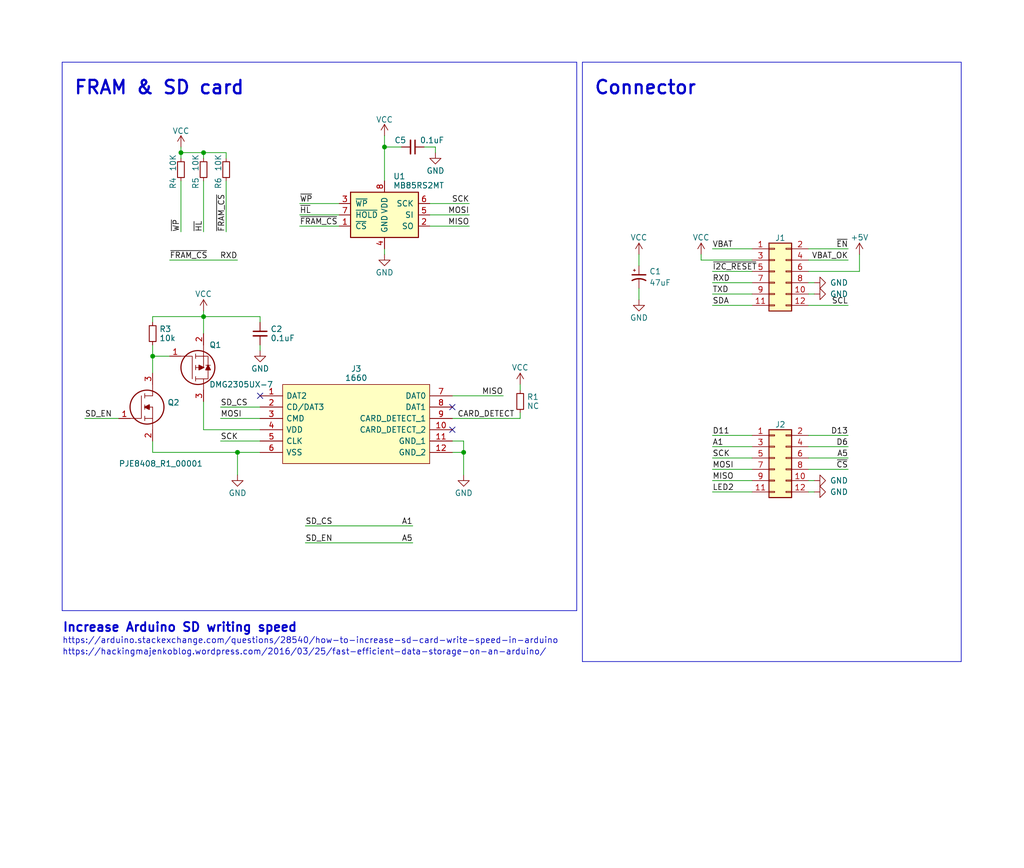
<source format=kicad_sch>
(kicad_sch (version 20230121) (generator eeschema)

  (uuid e63e39d7-6ac0-4ffd-8aa3-1841a4541b55)

  (paper "User" 229.997 194.996)

  (title_block
    (title "HexSense Svalbard - MCU module")
    (date "2023-05-25")
    (rev "V1")
    (company "MIT Media Lab")
    (comment 1 "Fangzheng Liu")
  )

  (lib_symbols
    (symbol "Connector_Generic:Conn_02x06_Odd_Even" (pin_names (offset 1.016) hide) (in_bom yes) (on_board yes)
      (property "Reference" "J" (at 1.27 7.62 0)
        (effects (font (size 1.27 1.27)))
      )
      (property "Value" "Conn_02x06_Odd_Even" (at 1.27 -10.16 0)
        (effects (font (size 1.27 1.27)))
      )
      (property "Footprint" "" (at 0 0 0)
        (effects (font (size 1.27 1.27)) hide)
      )
      (property "Datasheet" "~" (at 0 0 0)
        (effects (font (size 1.27 1.27)) hide)
      )
      (property "ki_keywords" "connector" (at 0 0 0)
        (effects (font (size 1.27 1.27)) hide)
      )
      (property "ki_description" "Generic connector, double row, 02x06, odd/even pin numbering scheme (row 1 odd numbers, row 2 even numbers), script generated (kicad-library-utils/schlib/autogen/connector/)" (at 0 0 0)
        (effects (font (size 1.27 1.27)) hide)
      )
      (property "ki_fp_filters" "Connector*:*_2x??_*" (at 0 0 0)
        (effects (font (size 1.27 1.27)) hide)
      )
      (symbol "Conn_02x06_Odd_Even_1_1"
        (rectangle (start -1.27 -7.493) (end 0 -7.747)
          (stroke (width 0.1524) (type default))
          (fill (type none))
        )
        (rectangle (start -1.27 -4.953) (end 0 -5.207)
          (stroke (width 0.1524) (type default))
          (fill (type none))
        )
        (rectangle (start -1.27 -2.413) (end 0 -2.667)
          (stroke (width 0.1524) (type default))
          (fill (type none))
        )
        (rectangle (start -1.27 0.127) (end 0 -0.127)
          (stroke (width 0.1524) (type default))
          (fill (type none))
        )
        (rectangle (start -1.27 2.667) (end 0 2.413)
          (stroke (width 0.1524) (type default))
          (fill (type none))
        )
        (rectangle (start -1.27 5.207) (end 0 4.953)
          (stroke (width 0.1524) (type default))
          (fill (type none))
        )
        (rectangle (start -1.27 6.35) (end 3.81 -8.89)
          (stroke (width 0.254) (type default))
          (fill (type background))
        )
        (rectangle (start 3.81 -7.493) (end 2.54 -7.747)
          (stroke (width 0.1524) (type default))
          (fill (type none))
        )
        (rectangle (start 3.81 -4.953) (end 2.54 -5.207)
          (stroke (width 0.1524) (type default))
          (fill (type none))
        )
        (rectangle (start 3.81 -2.413) (end 2.54 -2.667)
          (stroke (width 0.1524) (type default))
          (fill (type none))
        )
        (rectangle (start 3.81 0.127) (end 2.54 -0.127)
          (stroke (width 0.1524) (type default))
          (fill (type none))
        )
        (rectangle (start 3.81 2.667) (end 2.54 2.413)
          (stroke (width 0.1524) (type default))
          (fill (type none))
        )
        (rectangle (start 3.81 5.207) (end 2.54 4.953)
          (stroke (width 0.1524) (type default))
          (fill (type none))
        )
        (pin passive line (at -5.08 5.08 0) (length 3.81)
          (name "Pin_1" (effects (font (size 1.27 1.27))))
          (number "1" (effects (font (size 1.27 1.27))))
        )
        (pin passive line (at 7.62 -5.08 180) (length 3.81)
          (name "Pin_10" (effects (font (size 1.27 1.27))))
          (number "10" (effects (font (size 1.27 1.27))))
        )
        (pin passive line (at -5.08 -7.62 0) (length 3.81)
          (name "Pin_11" (effects (font (size 1.27 1.27))))
          (number "11" (effects (font (size 1.27 1.27))))
        )
        (pin passive line (at 7.62 -7.62 180) (length 3.81)
          (name "Pin_12" (effects (font (size 1.27 1.27))))
          (number "12" (effects (font (size 1.27 1.27))))
        )
        (pin passive line (at 7.62 5.08 180) (length 3.81)
          (name "Pin_2" (effects (font (size 1.27 1.27))))
          (number "2" (effects (font (size 1.27 1.27))))
        )
        (pin passive line (at -5.08 2.54 0) (length 3.81)
          (name "Pin_3" (effects (font (size 1.27 1.27))))
          (number "3" (effects (font (size 1.27 1.27))))
        )
        (pin passive line (at 7.62 2.54 180) (length 3.81)
          (name "Pin_4" (effects (font (size 1.27 1.27))))
          (number "4" (effects (font (size 1.27 1.27))))
        )
        (pin passive line (at -5.08 0 0) (length 3.81)
          (name "Pin_5" (effects (font (size 1.27 1.27))))
          (number "5" (effects (font (size 1.27 1.27))))
        )
        (pin passive line (at 7.62 0 180) (length 3.81)
          (name "Pin_6" (effects (font (size 1.27 1.27))))
          (number "6" (effects (font (size 1.27 1.27))))
        )
        (pin passive line (at -5.08 -2.54 0) (length 3.81)
          (name "Pin_7" (effects (font (size 1.27 1.27))))
          (number "7" (effects (font (size 1.27 1.27))))
        )
        (pin passive line (at 7.62 -2.54 180) (length 3.81)
          (name "Pin_8" (effects (font (size 1.27 1.27))))
          (number "8" (effects (font (size 1.27 1.27))))
        )
        (pin passive line (at -5.08 -5.08 0) (length 3.81)
          (name "Pin_9" (effects (font (size 1.27 1.27))))
          (number "9" (effects (font (size 1.27 1.27))))
        )
      )
    )
    (symbol "Device:C_Polarized_Small_US" (pin_numbers hide) (pin_names (offset 0.254) hide) (in_bom yes) (on_board yes)
      (property "Reference" "C" (at 0.254 1.778 0)
        (effects (font (size 1.27 1.27)) (justify left))
      )
      (property "Value" "C_Polarized_Small_US" (at 0.254 -2.032 0)
        (effects (font (size 1.27 1.27)) (justify left))
      )
      (property "Footprint" "" (at 0 0 0)
        (effects (font (size 1.27 1.27)) hide)
      )
      (property "Datasheet" "~" (at 0 0 0)
        (effects (font (size 1.27 1.27)) hide)
      )
      (property "ki_keywords" "cap capacitor" (at 0 0 0)
        (effects (font (size 1.27 1.27)) hide)
      )
      (property "ki_description" "Polarized capacitor, small US symbol" (at 0 0 0)
        (effects (font (size 1.27 1.27)) hide)
      )
      (property "ki_fp_filters" "CP_*" (at 0 0 0)
        (effects (font (size 1.27 1.27)) hide)
      )
      (symbol "C_Polarized_Small_US_0_1"
        (polyline
          (pts
            (xy -1.524 0.508)
            (xy 1.524 0.508)
          )
          (stroke (width 0.3048) (type default))
          (fill (type none))
        )
        (polyline
          (pts
            (xy -1.27 1.524)
            (xy -0.762 1.524)
          )
          (stroke (width 0) (type default))
          (fill (type none))
        )
        (polyline
          (pts
            (xy -1.016 1.27)
            (xy -1.016 1.778)
          )
          (stroke (width 0) (type default))
          (fill (type none))
        )
        (arc (start 1.524 -0.762) (mid 0 -0.3734) (end -1.524 -0.762)
          (stroke (width 0.3048) (type default))
          (fill (type none))
        )
      )
      (symbol "C_Polarized_Small_US_1_1"
        (pin passive line (at 0 2.54 270) (length 2.032)
          (name "~" (effects (font (size 1.27 1.27))))
          (number "1" (effects (font (size 1.27 1.27))))
        )
        (pin passive line (at 0 -2.54 90) (length 2.032)
          (name "~" (effects (font (size 1.27 1.27))))
          (number "2" (effects (font (size 1.27 1.27))))
        )
      )
    )
    (symbol "Device:C_Small" (pin_numbers hide) (pin_names (offset 0.254) hide) (in_bom yes) (on_board yes)
      (property "Reference" "C" (at 0.254 1.778 0)
        (effects (font (size 1.27 1.27)) (justify left))
      )
      (property "Value" "C_Small" (at 0.254 -2.032 0)
        (effects (font (size 1.27 1.27)) (justify left))
      )
      (property "Footprint" "" (at 0 0 0)
        (effects (font (size 1.27 1.27)) hide)
      )
      (property "Datasheet" "~" (at 0 0 0)
        (effects (font (size 1.27 1.27)) hide)
      )
      (property "ki_keywords" "capacitor cap" (at 0 0 0)
        (effects (font (size 1.27 1.27)) hide)
      )
      (property "ki_description" "Unpolarized capacitor, small symbol" (at 0 0 0)
        (effects (font (size 1.27 1.27)) hide)
      )
      (property "ki_fp_filters" "C_*" (at 0 0 0)
        (effects (font (size 1.27 1.27)) hide)
      )
      (symbol "C_Small_0_1"
        (polyline
          (pts
            (xy -1.524 -0.508)
            (xy 1.524 -0.508)
          )
          (stroke (width 0.3302) (type default))
          (fill (type none))
        )
        (polyline
          (pts
            (xy -1.524 0.508)
            (xy 1.524 0.508)
          )
          (stroke (width 0.3048) (type default))
          (fill (type none))
        )
      )
      (symbol "C_Small_1_1"
        (pin passive line (at 0 2.54 270) (length 2.032)
          (name "~" (effects (font (size 1.27 1.27))))
          (number "1" (effects (font (size 1.27 1.27))))
        )
        (pin passive line (at 0 -2.54 90) (length 2.032)
          (name "~" (effects (font (size 1.27 1.27))))
          (number "2" (effects (font (size 1.27 1.27))))
        )
      )
    )
    (symbol "Device:R_Small" (pin_numbers hide) (pin_names (offset 0.254) hide) (in_bom yes) (on_board yes)
      (property "Reference" "R" (at 0.762 0.508 0)
        (effects (font (size 1.27 1.27)) (justify left))
      )
      (property "Value" "R_Small" (at 0.762 -1.016 0)
        (effects (font (size 1.27 1.27)) (justify left))
      )
      (property "Footprint" "" (at 0 0 0)
        (effects (font (size 1.27 1.27)) hide)
      )
      (property "Datasheet" "~" (at 0 0 0)
        (effects (font (size 1.27 1.27)) hide)
      )
      (property "ki_keywords" "R resistor" (at 0 0 0)
        (effects (font (size 1.27 1.27)) hide)
      )
      (property "ki_description" "Resistor, small symbol" (at 0 0 0)
        (effects (font (size 1.27 1.27)) hide)
      )
      (property "ki_fp_filters" "R_*" (at 0 0 0)
        (effects (font (size 1.27 1.27)) hide)
      )
      (symbol "R_Small_0_1"
        (rectangle (start -0.762 1.778) (end 0.762 -1.778)
          (stroke (width 0.2032) (type default))
          (fill (type none))
        )
      )
      (symbol "R_Small_1_1"
        (pin passive line (at 0 2.54 270) (length 0.762)
          (name "~" (effects (font (size 1.27 1.27))))
          (number "1" (effects (font (size 1.27 1.27))))
        )
        (pin passive line (at 0 -2.54 90) (length 0.762)
          (name "~" (effects (font (size 1.27 1.27))))
          (number "2" (effects (font (size 1.27 1.27))))
        )
      )
    )
    (symbol "Memory_NVRAM:MB85RS2MT" (pin_names (offset 1.016)) (in_bom yes) (on_board yes)
      (property "Reference" "U" (at -7.62 6.35 0)
        (effects (font (size 1.27 1.27)) (justify left))
      )
      (property "Value" "MB85RS2MT" (at 1.27 6.35 0)
        (effects (font (size 1.27 1.27)) (justify left))
      )
      (property "Footprint" "" (at -8.89 -1.27 0)
        (effects (font (size 1.27 1.27)) hide)
      )
      (property "Datasheet" "http://www.fujitsu.com/downloads/MICRO/fsa/pdf/products/memory/fram/MB85RS16-DS501-00014-6v0-E.pdf" (at -8.89 -1.27 0)
        (effects (font (size 1.27 1.27)) hide)
      )
      (property "ki_keywords" "FRAM SPI 3.3V" (at 0 0 0)
        (effects (font (size 1.27 1.27)) hide)
      )
      (property "ki_description" "FRAM memory with SPI interface, SOIC-8 SON-8" (at 0 0 0)
        (effects (font (size 1.27 1.27)) hide)
      )
      (property "ki_fp_filters" "SOIC*3.9x5.05mm*P1.27mm* *SON*2x3mm*P0.50mm*" (at 0 0 0)
        (effects (font (size 1.27 1.27)) hide)
      )
      (symbol "MB85RS2MT_0_1"
        (rectangle (start -7.62 5.08) (end 7.62 -5.08)
          (stroke (width 0.254) (type default))
          (fill (type background))
        )
      )
      (symbol "MB85RS2MT_1_1"
        (pin input line (at -10.16 -2.54 0) (length 2.54)
          (name "~{CS}" (effects (font (size 1.27 1.27))))
          (number "1" (effects (font (size 1.27 1.27))))
        )
        (pin output line (at 10.16 -2.54 180) (length 2.54)
          (name "SO" (effects (font (size 1.27 1.27))))
          (number "2" (effects (font (size 1.27 1.27))))
        )
        (pin input line (at -10.16 2.54 0) (length 2.54)
          (name "~{WP}" (effects (font (size 1.27 1.27))))
          (number "3" (effects (font (size 1.27 1.27))))
        )
        (pin power_in line (at 0 -7.62 90) (length 2.54)
          (name "GND" (effects (font (size 1.27 1.27))))
          (number "4" (effects (font (size 1.27 1.27))))
        )
        (pin input line (at 10.16 0 180) (length 2.54)
          (name "SI" (effects (font (size 1.27 1.27))))
          (number "5" (effects (font (size 1.27 1.27))))
        )
        (pin input line (at 10.16 2.54 180) (length 2.54)
          (name "SCK" (effects (font (size 1.27 1.27))))
          (number "6" (effects (font (size 1.27 1.27))))
        )
        (pin input line (at -10.16 0 0) (length 2.54)
          (name "~{HOLD}" (effects (font (size 1.27 1.27))))
          (number "7" (effects (font (size 1.27 1.27))))
        )
        (pin power_in line (at 0 7.62 270) (length 2.54)
          (name "VDD" (effects (font (size 1.27 1.27))))
          (number "8" (effects (font (size 1.27 1.27))))
        )
      )
    )
    (symbol "SamacSys_Parts:1660" (pin_names (offset 0.762)) (in_bom yes) (on_board yes)
      (property "Reference" "J3" (at 21.59 6.0692 0)
        (effects (font (size 1.27 1.27)))
      )
      (property "Value" "1660" (at 21.59 4.0212 0)
        (effects (font (size 1.27 1.27)))
      )
      (property "Footprint" "1660" (at 39.37 2.54 0)
        (effects (font (size 1.27 1.27)) (justify left) hide)
      )
      (property "Datasheet" "https://cdn-shop.adafruit.com/datasheets/15882.pdf" (at 39.37 0 0)
        (effects (font (size 1.27 1.27)) (justify left) hide)
      )
      (property "Description" "Adafruit Accessories MIcroSD Socket" (at 39.37 -2.54 0)
        (effects (font (size 1.27 1.27)) (justify left) hide)
      )
      (property "Height" "1" (at 39.37 -5.08 0)
        (effects (font (size 1.27 1.27)) (justify left) hide)
      )
      (property "Manufacturer_Name" "Adafruit" (at 39.37 -7.62 0)
        (effects (font (size 1.27 1.27)) (justify left) hide)
      )
      (property "Manufacturer_Part_Number" "1660" (at 39.37 -10.16 0)
        (effects (font (size 1.27 1.27)) (justify left) hide)
      )
      (property "Mouser Part Number" "485-1660" (at 39.37 -12.7 0)
        (effects (font (size 1.27 1.27)) (justify left) hide)
      )
      (property "Mouser Price/Stock" "https://www.mouser.co.uk/ProductDetail/Adafruit/1660?qs=GURawfaeGuCXDyGMVdt6Kw%3D%3D" (at 39.37 -15.24 0)
        (effects (font (size 1.27 1.27)) (justify left) hide)
      )
      (property "Arrow Part Number" "1660" (at 39.37 -17.78 0)
        (effects (font (size 1.27 1.27)) (justify left) hide)
      )
      (property "Arrow Price/Stock" "https://www.arrow.com/en/products/1660/adafruit-industries?region=nac" (at 39.37 -20.32 0)
        (effects (font (size 1.27 1.27)) (justify left) hide)
      )
      (property "ki_description" "Adafruit Accessories MIcroSD Socket" (at 0 0 0)
        (effects (font (size 1.27 1.27)) hide)
      )
      (symbol "1660_0_0"
        (pin passive line (at 0 0 0) (length 5.08)
          (name "DAT2" (effects (font (size 1.27 1.27))))
          (number "1" (effects (font (size 1.27 1.27))))
        )
        (pin passive line (at 43.18 -7.62 180) (length 5.08)
          (name "CARD_DETECT_2" (effects (font (size 1.27 1.27))))
          (number "10" (effects (font (size 1.27 1.27))))
        )
        (pin passive line (at 43.18 -10.16 180) (length 5.08)
          (name "GND_1" (effects (font (size 1.27 1.27))))
          (number "11" (effects (font (size 1.27 1.27))))
        )
        (pin passive line (at 43.18 -12.7 180) (length 5.08)
          (name "GND_2" (effects (font (size 1.27 1.27))))
          (number "12" (effects (font (size 1.27 1.27))))
        )
        (pin passive line (at 0 -2.54 0) (length 5.08)
          (name "CD/DAT3" (effects (font (size 1.27 1.27))))
          (number "2" (effects (font (size 1.27 1.27))))
        )
        (pin passive line (at 0 -5.08 0) (length 5.08)
          (name "CMD" (effects (font (size 1.27 1.27))))
          (number "3" (effects (font (size 1.27 1.27))))
        )
        (pin passive line (at 0 -7.62 0) (length 5.08)
          (name "VDD" (effects (font (size 1.27 1.27))))
          (number "4" (effects (font (size 1.27 1.27))))
        )
        (pin passive line (at 0 -10.16 0) (length 5.08)
          (name "CLK" (effects (font (size 1.27 1.27))))
          (number "5" (effects (font (size 1.27 1.27))))
        )
        (pin passive line (at 0 -12.7 0) (length 5.08)
          (name "VSS" (effects (font (size 1.27 1.27))))
          (number "6" (effects (font (size 1.27 1.27))))
        )
        (pin passive line (at 43.18 0 180) (length 5.08)
          (name "DAT0" (effects (font (size 1.27 1.27))))
          (number "7" (effects (font (size 1.27 1.27))))
        )
        (pin passive line (at 43.18 -2.54 180) (length 5.08)
          (name "DAT1" (effects (font (size 1.27 1.27))))
          (number "8" (effects (font (size 1.27 1.27))))
        )
        (pin passive line (at 43.18 -5.08 180) (length 5.08)
          (name "CARD_DETECT_1" (effects (font (size 1.27 1.27))))
          (number "9" (effects (font (size 1.27 1.27))))
        )
      )
      (symbol "1660_1_1"
        (polyline
          (pts
            (xy 5.08 2.54)
            (xy 38.1 2.54)
            (xy 38.1 -15.24)
            (xy 5.08 -15.24)
            (xy 5.08 2.54)
          )
          (stroke (width 0.1524) (type solid))
          (fill (type background))
        )
      )
    )
    (symbol "SamacSys_Parts:DMG2305UX-7" (pin_names (offset 0.762)) (in_bom yes) (on_board yes)
      (property "Reference" "Q" (at 11.43 3.81 0)
        (effects (font (size 1.27 1.27)) (justify left))
      )
      (property "Value" "DMG2305UX-7" (at 11.43 1.27 0)
        (effects (font (size 1.27 1.27)) (justify left))
      )
      (property "Footprint" "SOT96P240X110-3N" (at 11.43 -1.27 0)
        (effects (font (size 1.27 1.27)) (justify left) hide)
      )
      (property "Datasheet" "https://www.diodes.com/assets/Datasheets/DMG2305UX.pdf" (at 11.43 -3.81 0)
        (effects (font (size 1.27 1.27)) (justify left) hide)
      )
      (property "Description" "MOSFET P-Ch 20V 5A Enhancement SOT23 Diodes Inc DMG2305UX-7 P-channel MOSFET Transistor, -3.3 A, -20 V, 3-Pin SOT-23" (at 11.43 -6.35 0)
        (effects (font (size 1.27 1.27)) (justify left) hide)
      )
      (property "Height" "1.1" (at 11.43 -8.89 0)
        (effects (font (size 1.27 1.27)) (justify left) hide)
      )
      (property "Manufacturer_Name" "Diodes Inc." (at 11.43 -11.43 0)
        (effects (font (size 1.27 1.27)) (justify left) hide)
      )
      (property "Manufacturer_Part_Number" "DMG2305UX-7" (at 11.43 -13.97 0)
        (effects (font (size 1.27 1.27)) (justify left) hide)
      )
      (property "Mouser Part Number" "621-DMG2305UX-7" (at 11.43 -16.51 0)
        (effects (font (size 1.27 1.27)) (justify left) hide)
      )
      (property "Mouser Price/Stock" "https://www.mouser.co.uk/ProductDetail/Diodes-Incorporated/DMG2305UX-7?qs=L1DZKBg7t5F%2FNBHrjfxC%252Bg%3D%3D" (at 11.43 -19.05 0)
        (effects (font (size 1.27 1.27)) (justify left) hide)
      )
      (property "Arrow Part Number" "DMG2305UX-7" (at 11.43 -21.59 0)
        (effects (font (size 1.27 1.27)) (justify left) hide)
      )
      (property "Arrow Price/Stock" "https://www.arrow.com/en/products/dmg2305ux-7/diodes-incorporated?region=nac" (at 11.43 -24.13 0)
        (effects (font (size 1.27 1.27)) (justify left) hide)
      )
      (property "ki_description" "MOSFET P-Ch 20V 5A Enhancement SOT23 Diodes Inc DMG2305UX-7 P-channel MOSFET Transistor, -3.3 A, -20 V, 3-Pin SOT-23" (at 0 0 0)
        (effects (font (size 1.27 1.27)) hide)
      )
      (symbol "DMG2305UX-7_0_0"
        (pin passive line (at 0 0 0) (length 2.54)
          (name "~" (effects (font (size 1.27 1.27))))
          (number "1" (effects (font (size 1.27 1.27))))
        )
        (pin passive line (at 7.62 -5.08 90) (length 2.54)
          (name "~" (effects (font (size 1.27 1.27))))
          (number "2" (effects (font (size 1.27 1.27))))
        )
        (pin passive line (at 7.62 10.16 270) (length 2.54)
          (name "~" (effects (font (size 1.27 1.27))))
          (number "3" (effects (font (size 1.27 1.27))))
        )
      )
      (symbol "DMG2305UX-7_0_1"
        (polyline
          (pts
            (xy 5.842 -0.508)
            (xy 5.842 0.508)
          )
          (stroke (width 0.1524) (type solid))
          (fill (type none))
        )
        (polyline
          (pts
            (xy 5.842 0)
            (xy 7.62 0)
          )
          (stroke (width 0.1524) (type solid))
          (fill (type none))
        )
        (polyline
          (pts
            (xy 5.842 2.032)
            (xy 5.842 3.048)
          )
          (stroke (width 0.1524) (type solid))
          (fill (type none))
        )
        (polyline
          (pts
            (xy 5.842 5.588)
            (xy 5.842 4.572)
          )
          (stroke (width 0.1524) (type solid))
          (fill (type none))
        )
        (polyline
          (pts
            (xy 7.62 2.54)
            (xy 5.842 2.54)
          )
          (stroke (width 0.1524) (type solid))
          (fill (type none))
        )
        (polyline
          (pts
            (xy 7.62 2.54)
            (xy 7.62 -2.54)
          )
          (stroke (width 0.1524) (type solid))
          (fill (type none))
        )
        (polyline
          (pts
            (xy 7.62 5.08)
            (xy 5.842 5.08)
          )
          (stroke (width 0.1524) (type solid))
          (fill (type none))
        )
        (polyline
          (pts
            (xy 7.62 5.08)
            (xy 7.62 7.62)
          )
          (stroke (width 0.1524) (type solid))
          (fill (type none))
        )
        (polyline
          (pts
            (xy 8.128 2.032)
            (xy 9.144 2.032)
          )
          (stroke (width 0.1524) (type solid))
          (fill (type none))
        )
        (polyline
          (pts
            (xy 2.54 0)
            (xy 5.08 0)
            (xy 5.08 5.08)
          )
          (stroke (width 0.1524) (type solid))
          (fill (type none))
        )
        (polyline
          (pts
            (xy 8.636 2.032)
            (xy 8.636 0)
            (xy 7.62 0)
          )
          (stroke (width 0.1524) (type solid))
          (fill (type none))
        )
        (polyline
          (pts
            (xy 8.636 3.048)
            (xy 8.636 5.08)
            (xy 7.62 5.08)
          )
          (stroke (width 0.1524) (type solid))
          (fill (type none))
        )
        (polyline
          (pts
            (xy 7.62 2.54)
            (xy 6.604 3.048)
            (xy 6.604 2.032)
            (xy 7.62 2.54)
          )
          (stroke (width 0.254) (type solid))
          (fill (type outline))
        )
        (polyline
          (pts
            (xy 8.636 2.032)
            (xy 8.128 3.048)
            (xy 9.144 3.048)
            (xy 8.636 2.032)
          )
          (stroke (width 0.254) (type solid))
          (fill (type outline))
        )
        (circle (center 6.35 2.54) (radius 3.81)
          (stroke (width 0.254) (type solid))
          (fill (type none))
        )
      )
    )
    (symbol "SamacSys_Parts:PJE8408_R1_00001" (pin_names (offset 0.762)) (in_bom yes) (on_board yes)
      (property "Reference" "Q" (at 11.43 3.81 0)
        (effects (font (size 1.27 1.27)) (justify left))
      )
      (property "Value" "PJE8408_R1_00001" (at 11.43 1.27 0)
        (effects (font (size 1.27 1.27)) (justify left))
      )
      (property "Footprint" "SOTFL50P160X60-3N" (at 11.43 -1.27 0)
        (effects (font (size 1.27 1.27)) (justify left) hide)
      )
      (property "Datasheet" "https://www.mouser.com/datasheet/2/1057/PJE8408-1875938.pdf" (at 11.43 -3.81 0)
        (effects (font (size 1.27 1.27)) (justify left) hide)
      )
      (property "Description" "MOSFET /E08/TR/7\"/HF/4K/SOT-523/MOS/SOT/NFET-20TBMN/NF20TB-QI08/PJ///" (at 11.43 -6.35 0)
        (effects (font (size 1.27 1.27)) (justify left) hide)
      )
      (property "Height" "0.6" (at 11.43 -8.89 0)
        (effects (font (size 1.27 1.27)) (justify left) hide)
      )
      (property "Manufacturer_Name" "PANJIT" (at 11.43 -11.43 0)
        (effects (font (size 1.27 1.27)) (justify left) hide)
      )
      (property "Manufacturer_Part_Number" "PJE8408_R1_00001" (at 11.43 -13.97 0)
        (effects (font (size 1.27 1.27)) (justify left) hide)
      )
      (property "Mouser Part Number" "241-PJE8408_R1_00001" (at 11.43 -16.51 0)
        (effects (font (size 1.27 1.27)) (justify left) hide)
      )
      (property "Mouser Price/Stock" "https://www.mouser.co.uk/ProductDetail/Panjit/PJE8408_R1_00001?qs=sPbYRqrBIVnQTsfdUZY95w%3D%3D" (at 11.43 -19.05 0)
        (effects (font (size 1.27 1.27)) (justify left) hide)
      )
      (property "Arrow Part Number" "" (at 11.43 -21.59 0)
        (effects (font (size 1.27 1.27)) (justify left) hide)
      )
      (property "Arrow Price/Stock" "" (at 11.43 -24.13 0)
        (effects (font (size 1.27 1.27)) (justify left) hide)
      )
      (property "ki_description" "MOSFET /E08/TR/7\"/HF/4K/SOT-523/MOS/SOT/NFET-20TBMN/NF20TB-QI08/PJ///" (at 0 0 0)
        (effects (font (size 1.27 1.27)) hide)
      )
      (symbol "PJE8408_R1_00001_0_0"
        (pin passive line (at 0 0 0) (length 2.54)
          (name "~" (effects (font (size 1.27 1.27))))
          (number "1" (effects (font (size 1.27 1.27))))
        )
        (pin passive line (at 7.62 -5.08 90) (length 2.54)
          (name "~" (effects (font (size 1.27 1.27))))
          (number "2" (effects (font (size 1.27 1.27))))
        )
        (pin passive line (at 7.62 10.16 270) (length 2.54)
          (name "~" (effects (font (size 1.27 1.27))))
          (number "3" (effects (font (size 1.27 1.27))))
        )
      )
      (symbol "PJE8408_R1_00001_0_1"
        (polyline
          (pts
            (xy 5.842 -0.508)
            (xy 5.842 0.508)
          )
          (stroke (width 0.1524) (type solid))
          (fill (type none))
        )
        (polyline
          (pts
            (xy 5.842 0)
            (xy 7.62 0)
          )
          (stroke (width 0.1524) (type solid))
          (fill (type none))
        )
        (polyline
          (pts
            (xy 5.842 2.032)
            (xy 5.842 3.048)
          )
          (stroke (width 0.1524) (type solid))
          (fill (type none))
        )
        (polyline
          (pts
            (xy 5.842 5.588)
            (xy 5.842 4.572)
          )
          (stroke (width 0.1524) (type solid))
          (fill (type none))
        )
        (polyline
          (pts
            (xy 7.62 2.54)
            (xy 5.842 2.54)
          )
          (stroke (width 0.1524) (type solid))
          (fill (type none))
        )
        (polyline
          (pts
            (xy 7.62 2.54)
            (xy 7.62 -2.54)
          )
          (stroke (width 0.1524) (type solid))
          (fill (type none))
        )
        (polyline
          (pts
            (xy 7.62 5.08)
            (xy 5.842 5.08)
          )
          (stroke (width 0.1524) (type solid))
          (fill (type none))
        )
        (polyline
          (pts
            (xy 7.62 5.08)
            (xy 7.62 7.62)
          )
          (stroke (width 0.1524) (type solid))
          (fill (type none))
        )
        (polyline
          (pts
            (xy 2.54 0)
            (xy 5.08 0)
            (xy 5.08 5.08)
          )
          (stroke (width 0.1524) (type solid))
          (fill (type none))
        )
        (polyline
          (pts
            (xy 5.842 2.54)
            (xy 6.858 3.048)
            (xy 6.858 2.032)
            (xy 5.842 2.54)
          )
          (stroke (width 0.254) (type solid))
          (fill (type outline))
        )
        (circle (center 6.35 2.54) (radius 3.81)
          (stroke (width 0.254) (type solid))
          (fill (type none))
        )
      )
    )
    (symbol "power:+5V" (power) (pin_names (offset 0)) (in_bom yes) (on_board yes)
      (property "Reference" "#PWR" (at 0 -3.81 0)
        (effects (font (size 1.27 1.27)) hide)
      )
      (property "Value" "+5V" (at 0 3.556 0)
        (effects (font (size 1.27 1.27)))
      )
      (property "Footprint" "" (at 0 0 0)
        (effects (font (size 1.27 1.27)) hide)
      )
      (property "Datasheet" "" (at 0 0 0)
        (effects (font (size 1.27 1.27)) hide)
      )
      (property "ki_keywords" "power-flag" (at 0 0 0)
        (effects (font (size 1.27 1.27)) hide)
      )
      (property "ki_description" "Power symbol creates a global label with name \"+5V\"" (at 0 0 0)
        (effects (font (size 1.27 1.27)) hide)
      )
      (symbol "+5V_0_1"
        (polyline
          (pts
            (xy -0.762 1.27)
            (xy 0 2.54)
          )
          (stroke (width 0) (type default))
          (fill (type none))
        )
        (polyline
          (pts
            (xy 0 0)
            (xy 0 2.54)
          )
          (stroke (width 0) (type default))
          (fill (type none))
        )
        (polyline
          (pts
            (xy 0 2.54)
            (xy 0.762 1.27)
          )
          (stroke (width 0) (type default))
          (fill (type none))
        )
      )
      (symbol "+5V_1_1"
        (pin power_in line (at 0 0 90) (length 0) hide
          (name "+5V" (effects (font (size 1.27 1.27))))
          (number "1" (effects (font (size 1.27 1.27))))
        )
      )
    )
    (symbol "power:GND" (power) (pin_names (offset 0)) (in_bom yes) (on_board yes)
      (property "Reference" "#PWR" (at 0 -6.35 0)
        (effects (font (size 1.27 1.27)) hide)
      )
      (property "Value" "GND" (at 0 -3.81 0)
        (effects (font (size 1.27 1.27)))
      )
      (property "Footprint" "" (at 0 0 0)
        (effects (font (size 1.27 1.27)) hide)
      )
      (property "Datasheet" "" (at 0 0 0)
        (effects (font (size 1.27 1.27)) hide)
      )
      (property "ki_keywords" "power-flag" (at 0 0 0)
        (effects (font (size 1.27 1.27)) hide)
      )
      (property "ki_description" "Power symbol creates a global label with name \"GND\" , ground" (at 0 0 0)
        (effects (font (size 1.27 1.27)) hide)
      )
      (symbol "GND_0_1"
        (polyline
          (pts
            (xy 0 0)
            (xy 0 -1.27)
            (xy 1.27 -1.27)
            (xy 0 -2.54)
            (xy -1.27 -1.27)
            (xy 0 -1.27)
          )
          (stroke (width 0) (type default))
          (fill (type none))
        )
      )
      (symbol "GND_1_1"
        (pin power_in line (at 0 0 270) (length 0) hide
          (name "GND" (effects (font (size 1.27 1.27))))
          (number "1" (effects (font (size 1.27 1.27))))
        )
      )
    )
    (symbol "power:VCC" (power) (pin_names (offset 0)) (in_bom yes) (on_board yes)
      (property "Reference" "#PWR" (at 0 -3.81 0)
        (effects (font (size 1.27 1.27)) hide)
      )
      (property "Value" "VCC" (at 0 3.81 0)
        (effects (font (size 1.27 1.27)))
      )
      (property "Footprint" "" (at 0 0 0)
        (effects (font (size 1.27 1.27)) hide)
      )
      (property "Datasheet" "" (at 0 0 0)
        (effects (font (size 1.27 1.27)) hide)
      )
      (property "ki_keywords" "power-flag" (at 0 0 0)
        (effects (font (size 1.27 1.27)) hide)
      )
      (property "ki_description" "Power symbol creates a global label with name \"VCC\"" (at 0 0 0)
        (effects (font (size 1.27 1.27)) hide)
      )
      (symbol "VCC_0_1"
        (polyline
          (pts
            (xy -0.762 1.27)
            (xy 0 2.54)
          )
          (stroke (width 0) (type default))
          (fill (type none))
        )
        (polyline
          (pts
            (xy 0 0)
            (xy 0 2.54)
          )
          (stroke (width 0) (type default))
          (fill (type none))
        )
        (polyline
          (pts
            (xy 0 2.54)
            (xy 0.762 1.27)
          )
          (stroke (width 0) (type default))
          (fill (type none))
        )
      )
      (symbol "VCC_1_1"
        (pin power_in line (at 0 0 90) (length 0) hide
          (name "VCC" (effects (font (size 1.27 1.27))))
          (number "1" (effects (font (size 1.27 1.27))))
        )
      )
    )
  )

  (junction (at 104.14 101.6) (diameter 0) (color 0 0 0 0)
    (uuid 22535b7b-2182-4902-9763-97f94616b076)
  )
  (junction (at 53.34 101.6) (diameter 0) (color 0 0 0 0)
    (uuid 62382ad3-f263-4069-89d8-be03d0293e8d)
  )
  (junction (at 34.29 80.01) (diameter 0) (color 0 0 0 0)
    (uuid 765bebec-e6d9-429b-af4d-55d7ce477225)
  )
  (junction (at 45.72 34.29) (diameter 0) (color 0 0 0 0)
    (uuid 99be189b-993c-4545-95c4-04adf8ee1bd4)
  )
  (junction (at 40.64 34.29) (diameter 0) (color 0 0 0 0)
    (uuid a4d27f7d-19f0-4bbc-9175-1dc97cfc428c)
  )
  (junction (at 86.36 33.02) (diameter 0) (color 0 0 0 0)
    (uuid b18769e6-9984-4712-8adf-1f1ae38ede88)
  )
  (junction (at 45.72 71.12) (diameter 0) (color 0 0 0 0)
    (uuid e6c68a57-11cb-43a4-bd23-44b1a397ff03)
  )

  (no_connect (at 58.42 88.9) (uuid 4ef2b944-d5de-478f-a9af-2fcd1e4edc4d))
  (no_connect (at 101.6 91.44) (uuid 57c4a4f0-9b0a-49a7-9a2d-6c612a12cec3))
  (no_connect (at 101.6 96.52) (uuid 8b7ecb35-1c09-4ae3-842f-e8e72d7aa5ae))

  (wire (pts (xy 49.53 91.44) (xy 58.42 91.44))
    (stroke (width 0) (type default))
    (uuid 02427b48-7574-4410-8c69-bddb6176090e)
  )
  (wire (pts (xy 45.72 96.52) (xy 58.42 96.52))
    (stroke (width 0) (type default))
    (uuid 09768748-d6f0-4e39-afce-39b7aa0fe4f6)
  )
  (wire (pts (xy 50.8 34.29) (xy 45.72 34.29))
    (stroke (width 0) (type default))
    (uuid 0987daf0-d0eb-4334-a931-5fdd5480a0c9)
  )
  (wire (pts (xy 160.02 107.95) (xy 168.91 107.95))
    (stroke (width 0) (type default))
    (uuid 0fa9183f-5369-426b-9498-5645797922df)
  )
  (wire (pts (xy 67.31 45.72) (xy 76.2 45.72))
    (stroke (width 0) (type default))
    (uuid 12191388-51be-4568-96e1-7b19faa5d381)
  )
  (wire (pts (xy 143.51 64.77) (xy 143.51 67.31))
    (stroke (width 0) (type default))
    (uuid 16dcf32f-7580-4382-a7dc-620372c0d9ab)
  )
  (wire (pts (xy 193.04 60.96) (xy 193.04 57.15))
    (stroke (width 0) (type default))
    (uuid 1701e939-2a6c-4185-9428-4d71b6f2b400)
  )
  (wire (pts (xy 86.36 55.88) (xy 86.36 57.15))
    (stroke (width 0) (type default))
    (uuid 18431648-6cea-4bed-8a80-512dca3c408a)
  )
  (wire (pts (xy 40.64 40.64) (xy 40.64 52.07))
    (stroke (width 0) (type default))
    (uuid 184942e8-aa7e-45cf-bcc8-8ec45a381fa5)
  )
  (wire (pts (xy 53.34 101.6) (xy 58.42 101.6))
    (stroke (width 0) (type default))
    (uuid 1d1828e0-ef6a-4d62-86f7-04de80195c59)
  )
  (wire (pts (xy 181.61 107.95) (xy 182.88 107.95))
    (stroke (width 0) (type default))
    (uuid 1d632da4-c543-4d80-b642-0354a56e2d07)
  )
  (wire (pts (xy 181.61 66.04) (xy 182.88 66.04))
    (stroke (width 0) (type default))
    (uuid 22bff00e-e419-4092-a2b8-c1f232a8e641)
  )
  (wire (pts (xy 38.1 58.42) (xy 53.34 58.42))
    (stroke (width 0) (type default))
    (uuid 2342e9d5-2b1d-43a9-a127-fe328bdbd032)
  )
  (wire (pts (xy 101.6 93.98) (xy 116.84 93.98))
    (stroke (width 0) (type default))
    (uuid 24b4de9d-f494-486e-b115-2ad8cac535bb)
  )
  (wire (pts (xy 50.8 35.56) (xy 50.8 34.29))
    (stroke (width 0) (type default))
    (uuid 2d4628ba-e49c-4093-ac23-62f6620a020c)
  )
  (wire (pts (xy 45.72 40.64) (xy 45.72 52.07))
    (stroke (width 0) (type default))
    (uuid 2fe707af-f670-42bc-9deb-4cae653095c5)
  )
  (wire (pts (xy 160.02 55.88) (xy 168.91 55.88))
    (stroke (width 0) (type default))
    (uuid 3367972f-528d-4624-89f4-0b3b2f6850f4)
  )
  (wire (pts (xy 116.84 92.71) (xy 116.84 93.98))
    (stroke (width 0) (type default))
    (uuid 3402b98d-008f-4b83-81aa-eb74b038f0c9)
  )
  (wire (pts (xy 97.79 34.29) (xy 97.79 33.02))
    (stroke (width 0) (type default))
    (uuid 34cb3e6f-bde3-4a16-b14c-0c36be5af79d)
  )
  (polyline (pts (xy 129.54 137.16) (xy 129.54 13.97))
    (stroke (width 0) (type default))
    (uuid 35eab331-86c6-4cb6-9184-78f5a185c17a)
  )

  (wire (pts (xy 40.64 33.02) (xy 40.64 34.29))
    (stroke (width 0) (type default))
    (uuid 3aea31df-05c6-4e3b-8db4-1eb07d26a870)
  )
  (wire (pts (xy 40.64 34.29) (xy 45.72 34.29))
    (stroke (width 0) (type default))
    (uuid 48d7cc47-9478-4473-af88-f19c9fdf6425)
  )
  (wire (pts (xy 50.8 40.64) (xy 50.8 52.07))
    (stroke (width 0) (type default))
    (uuid 4c589a37-ace1-4f6c-81d3-d242d096c0a6)
  )
  (wire (pts (xy 34.29 71.12) (xy 34.29 72.39))
    (stroke (width 0) (type default))
    (uuid 4cb48b82-9e55-4696-a856-c0199c1c2a64)
  )
  (wire (pts (xy 34.29 71.12) (xy 45.72 71.12))
    (stroke (width 0) (type default))
    (uuid 4d38f416-7eb5-4453-aca7-cdc1e1949bd3)
  )
  (wire (pts (xy 160.02 66.04) (xy 168.91 66.04))
    (stroke (width 0) (type default))
    (uuid 4f4879d7-e1f2-40de-8270-1dee84e1f645)
  )
  (wire (pts (xy 96.52 45.72) (xy 105.41 45.72))
    (stroke (width 0) (type default))
    (uuid 4ffb6695-2814-435b-801c-c789837ea443)
  )
  (wire (pts (xy 96.52 48.26) (xy 105.41 48.26))
    (stroke (width 0) (type default))
    (uuid 5395ed5f-10de-4b39-ba7c-aa63bbadab92)
  )
  (wire (pts (xy 160.02 68.58) (xy 168.91 68.58))
    (stroke (width 0) (type default))
    (uuid 5644d770-110b-4322-a561-85e83bfe8b36)
  )
  (wire (pts (xy 96.52 50.8) (xy 105.41 50.8))
    (stroke (width 0) (type default))
    (uuid 59559be2-f642-4b6d-8fe4-6b202c14f146)
  )
  (wire (pts (xy 45.72 69.85) (xy 45.72 71.12))
    (stroke (width 0) (type default))
    (uuid 59aed5ac-8cbf-429c-b5e2-32d6537037af)
  )
  (wire (pts (xy 45.72 90.17) (xy 45.72 96.52))
    (stroke (width 0) (type default))
    (uuid 5a09be64-24ee-418e-a34f-eea8e82d5150)
  )
  (polyline (pts (xy 130.81 13.97) (xy 130.81 148.59))
    (stroke (width 0) (type default))
    (uuid 5bebda4e-b5da-48c2-ac93-396c4bf2e3fd)
  )

  (wire (pts (xy 101.6 88.9) (xy 113.03 88.9))
    (stroke (width 0) (type default))
    (uuid 5c832e2c-6e11-444c-b723-2c235eab1ddc)
  )
  (wire (pts (xy 104.14 106.68) (xy 104.14 101.6))
    (stroke (width 0) (type default))
    (uuid 603f9e54-f838-4638-a649-6ef870322587)
  )
  (wire (pts (xy 181.61 105.41) (xy 190.5 105.41))
    (stroke (width 0) (type default))
    (uuid 640f9653-4ed5-42e7-bbea-eab563e0845a)
  )
  (wire (pts (xy 104.14 101.6) (xy 104.14 99.06))
    (stroke (width 0) (type default))
    (uuid 66d18474-89f8-4065-b589-b7e4d4ecf2be)
  )
  (wire (pts (xy 49.53 93.98) (xy 58.42 93.98))
    (stroke (width 0) (type default))
    (uuid 6afdfe51-299a-4607-aa29-6fd00a4a8b16)
  )
  (wire (pts (xy 160.02 63.5) (xy 168.91 63.5))
    (stroke (width 0) (type default))
    (uuid 6eeb076d-0b28-4cce-bed2-baead651125e)
  )
  (wire (pts (xy 34.29 80.01) (xy 38.1 80.01))
    (stroke (width 0) (type default))
    (uuid 717c72fa-b378-4f87-adf5-5d44627ae040)
  )
  (wire (pts (xy 67.31 50.8) (xy 76.2 50.8))
    (stroke (width 0) (type default))
    (uuid 72f5c0cb-48bc-4d0d-a0c4-d94c0530249a)
  )
  (wire (pts (xy 86.36 33.02) (xy 86.36 40.64))
    (stroke (width 0) (type default))
    (uuid 77dcb47e-8422-4949-94dc-ace70393f62c)
  )
  (wire (pts (xy 101.6 101.6) (xy 104.14 101.6))
    (stroke (width 0) (type default))
    (uuid 796fbf21-2348-430f-bd4b-76e00bbb6e61)
  )
  (wire (pts (xy 34.29 101.6) (xy 53.34 101.6))
    (stroke (width 0) (type default))
    (uuid 812f277f-b4e4-4821-af75-8facdcaa8c36)
  )
  (wire (pts (xy 45.72 71.12) (xy 45.72 74.93))
    (stroke (width 0) (type default))
    (uuid 87bdf215-ed2b-48e2-9d18-9c0c03e8a0aa)
  )
  (wire (pts (xy 58.42 71.12) (xy 58.42 72.39))
    (stroke (width 0) (type default))
    (uuid 87c6aabc-5a8a-4348-8a11-df202dd775cf)
  )
  (polyline (pts (xy 130.81 13.97) (xy 215.9 13.97))
    (stroke (width 0) (type default))
    (uuid 87e5f432-bb64-491c-8ee2-a5cebd1952e2)
  )

  (wire (pts (xy 181.61 97.79) (xy 190.5 97.79))
    (stroke (width 0) (type default))
    (uuid 885e6c63-c79d-42e9-b6d0-2a7504f5ceb0)
  )
  (wire (pts (xy 95.25 33.02) (xy 97.79 33.02))
    (stroke (width 0) (type default))
    (uuid 8882ed04-e84a-4764-a192-ad864fe94ae9)
  )
  (wire (pts (xy 104.14 99.06) (xy 101.6 99.06))
    (stroke (width 0) (type default))
    (uuid 896a1210-0432-4691-bcaa-d8eca4de7a19)
  )
  (wire (pts (xy 58.42 77.47) (xy 58.42 78.74))
    (stroke (width 0) (type default))
    (uuid 8d19e3db-ae8a-44b5-9e75-9b5b7ae2908b)
  )
  (wire (pts (xy 34.29 77.47) (xy 34.29 80.01))
    (stroke (width 0) (type default))
    (uuid 9c7754ae-7fba-466d-a332-eb4851de6724)
  )
  (wire (pts (xy 181.61 55.88) (xy 190.5 55.88))
    (stroke (width 0) (type default))
    (uuid a77c3986-b378-46c6-afe3-f8cddd34e442)
  )
  (wire (pts (xy 40.64 34.29) (xy 40.64 35.56))
    (stroke (width 0) (type default))
    (uuid ab226511-c05f-4f41-b4ee-a4162f7ecab8)
  )
  (wire (pts (xy 34.29 99.06) (xy 34.29 101.6))
    (stroke (width 0) (type default))
    (uuid b1cf0d8d-6a59-438f-8ded-5fbe56862cad)
  )
  (wire (pts (xy 67.31 48.26) (xy 76.2 48.26))
    (stroke (width 0) (type default))
    (uuid b2f5cf48-579d-4b29-8b0a-1434d093f540)
  )
  (wire (pts (xy 181.61 102.87) (xy 190.5 102.87))
    (stroke (width 0) (type default))
    (uuid b714ccda-473d-49a2-8647-2e3451ae4af3)
  )
  (wire (pts (xy 160.02 105.41) (xy 168.91 105.41))
    (stroke (width 0) (type default))
    (uuid b800fd66-f8b2-4a8f-8179-bef154ad4388)
  )
  (wire (pts (xy 45.72 71.12) (xy 58.42 71.12))
    (stroke (width 0) (type default))
    (uuid ba1fcdeb-1e19-4dfd-87ed-d036aa396100)
  )
  (wire (pts (xy 181.61 58.42) (xy 190.5 58.42))
    (stroke (width 0) (type default))
    (uuid beebf9aa-51a4-4d3a-8987-b0152db26238)
  )
  (wire (pts (xy 181.61 110.49) (xy 182.88 110.49))
    (stroke (width 0) (type default))
    (uuid bfe5a673-1e36-4a91-9395-3214380a9c9e)
  )
  (wire (pts (xy 49.53 99.06) (xy 58.42 99.06))
    (stroke (width 0) (type default))
    (uuid c1917dcf-e37f-411f-b9da-fab6dc05256d)
  )
  (wire (pts (xy 181.61 68.58) (xy 190.5 68.58))
    (stroke (width 0) (type default))
    (uuid c1eefc4b-76f4-40c3-b933-ab586706af53)
  )
  (wire (pts (xy 157.48 58.42) (xy 168.91 58.42))
    (stroke (width 0) (type default))
    (uuid c4834d81-f22e-4543-ac7e-e294dc90c293)
  )
  (polyline (pts (xy 13.97 13.97) (xy 13.97 137.16))
    (stroke (width 0) (type default))
    (uuid c50735f4-6020-400c-a452-2ae81a0d9fc9)
  )

  (wire (pts (xy 157.48 57.15) (xy 157.48 58.42))
    (stroke (width 0) (type default))
    (uuid c58b63bb-5fad-497c-a5b0-5d27c9481220)
  )
  (wire (pts (xy 160.02 110.49) (xy 168.91 110.49))
    (stroke (width 0) (type default))
    (uuid c5a5306e-835a-4857-a54d-52666a5e97e5)
  )
  (wire (pts (xy 181.61 63.5) (xy 182.88 63.5))
    (stroke (width 0) (type default))
    (uuid c78dfecd-9bbd-4662-b3cf-1de3a4cb4c20)
  )
  (wire (pts (xy 143.51 57.15) (xy 143.51 59.69))
    (stroke (width 0) (type default))
    (uuid cb446f24-6e4f-4857-8494-c290a671a94f)
  )
  (wire (pts (xy 19.05 93.98) (xy 26.67 93.98))
    (stroke (width 0) (type default))
    (uuid cdeaea90-baa3-4040-8582-67df011974e7)
  )
  (wire (pts (xy 68.58 121.92) (xy 92.71 121.92))
    (stroke (width 0) (type default))
    (uuid cf2f229f-9231-4606-8893-ec28656f72c4)
  )
  (wire (pts (xy 181.61 60.96) (xy 193.04 60.96))
    (stroke (width 0) (type default))
    (uuid d0743969-cee8-4bc9-a1b3-365d533d720f)
  )
  (wire (pts (xy 181.61 100.33) (xy 190.5 100.33))
    (stroke (width 0) (type default))
    (uuid d3ceafe9-21fe-40d6-96ff-2b41c0e51db7)
  )
  (wire (pts (xy 34.29 80.01) (xy 34.29 83.82))
    (stroke (width 0) (type default))
    (uuid d53da477-46f6-4a6a-8038-cba16ea13c0e)
  )
  (wire (pts (xy 45.72 34.29) (xy 45.72 35.56))
    (stroke (width 0) (type default))
    (uuid d94c588e-71b7-43c0-a345-cfe086637200)
  )
  (polyline (pts (xy 129.54 13.97) (xy 13.97 13.97))
    (stroke (width 0) (type default))
    (uuid e0d41972-4853-44c3-b56e-2e6e5e611045)
  )

  (wire (pts (xy 116.84 86.36) (xy 116.84 87.63))
    (stroke (width 0) (type default))
    (uuid e53dc25a-b494-434d-b951-3b8c4720c4d3)
  )
  (wire (pts (xy 86.36 33.02) (xy 90.17 33.02))
    (stroke (width 0) (type default))
    (uuid ea7dee08-e730-44e2-920d-69c3a64aec50)
  )
  (wire (pts (xy 53.34 101.6) (xy 53.34 106.68))
    (stroke (width 0) (type default))
    (uuid ecad4668-239b-420c-82d9-93ca7492c107)
  )
  (wire (pts (xy 86.36 30.48) (xy 86.36 33.02))
    (stroke (width 0) (type default))
    (uuid f051757c-0401-41dd-9f6f-41f57120a539)
  )
  (wire (pts (xy 160.02 60.96) (xy 168.91 60.96))
    (stroke (width 0) (type default))
    (uuid f0d73c50-92e8-4b97-a2e7-897738ec266d)
  )
  (polyline (pts (xy 215.9 13.97) (xy 215.9 148.59))
    (stroke (width 0) (type default))
    (uuid f3d7fa48-431a-4b3f-97d9-b88d92b44bad)
  )

  (wire (pts (xy 160.02 97.79) (xy 168.91 97.79))
    (stroke (width 0) (type default))
    (uuid f3f91864-7639-425e-a447-c9c5efe1dc4c)
  )
  (wire (pts (xy 160.02 100.33) (xy 168.91 100.33))
    (stroke (width 0) (type default))
    (uuid f41f8392-40ca-4efc-87ae-4f4c1e90357c)
  )
  (wire (pts (xy 68.58 118.11) (xy 92.71 118.11))
    (stroke (width 0) (type default))
    (uuid f476afb6-1cf5-4f3e-bdbd-6d1b09d17e1f)
  )
  (wire (pts (xy 160.02 102.87) (xy 168.91 102.87))
    (stroke (width 0) (type default))
    (uuid f9c292e5-c6ed-478b-b8e1-da89018080ce)
  )
  (polyline (pts (xy 13.97 137.16) (xy 129.54 137.16))
    (stroke (width 0) (type default))
    (uuid f9edafc5-53e1-4c43-8957-d21f40780481)
  )
  (polyline (pts (xy 130.81 148.59) (xy 215.9 148.59))
    (stroke (width 0) (type default))
    (uuid feacfcb0-6b03-43d4-a28a-5a550a573217)
  )

  (text "https://arduino.stackexchange.com/questions/28540/how-to-increase-sd-card-write-speed-in-arduino"
    (at 13.97 144.78 0)
    (effects (font (size 1.35 1.35)) (justify left bottom))
    (uuid 1155a7bd-c9b8-4201-973d-ac784de17056)
  )
  (text "FRAM & SD card" (at 16.51 21.59 0)
    (effects (font (size 3 3) (thickness 0.508) bold) (justify left bottom))
    (uuid 2bcf2398-81f3-4114-ae64-1b97f6217a90)
  )
  (text "Increase Arduino SD writing speed" (at 13.97 142.24 0)
    (effects (font (size 2 2) (thickness 0.4) bold) (justify left bottom))
    (uuid 324d4c56-5e92-44a7-9393-9836cc93ddba)
  )
  (text "https://hackingmajenkoblog.wordpress.com/2016/03/25/fast-efficient-data-storage-on-an-arduino/"
    (at 13.97 147.32 0)
    (effects (font (size 1.35 1.35)) (justify left bottom))
    (uuid 92e706e0-f6c3-4bfb-9c74-b4415b2145fa)
  )
  (text "Connector" (at 133.35 21.59 0)
    (effects (font (size 3 3) (thickness 0.508) bold) (justify left bottom))
    (uuid 98beb101-a225-4bb4-8ab1-1ade8805a442)
  )

  (label "~{WP}" (at 40.64 52.07 90) (fields_autoplaced)
    (effects (font (size 1.27 1.27)) (justify left bottom))
    (uuid 0d929f29-a1bb-4e2d-bf31-3a4eaf58c7d0)
  )
  (label "MISO" (at 113.03 88.9 180) (fields_autoplaced)
    (effects (font (size 1.27 1.27)) (justify right bottom))
    (uuid 1360b895-0a07-47bc-980d-3f85b8dd91c0)
  )
  (label "MOSI" (at 105.41 48.26 180) (fields_autoplaced)
    (effects (font (size 1.27 1.27)) (justify right bottom))
    (uuid 177ffa98-c26b-4a52-972c-c2a4480fa6a0)
  )
  (label "~{FRAM_CS}" (at 38.1 58.42 0) (fields_autoplaced)
    (effects (font (size 1.27 1.27)) (justify left bottom))
    (uuid 22041697-fc25-485e-94a7-04220681f0e8)
  )
  (label "A5" (at 92.71 121.92 180) (fields_autoplaced)
    (effects (font (size 1.27 1.27)) (justify right bottom))
    (uuid 24740c9d-62e7-442c-a16e-ee6aada55cbf)
  )
  (label "CARD_DETECT" (at 115.57 93.98 180) (fields_autoplaced)
    (effects (font (size 1.27 1.27)) (justify right bottom))
    (uuid 2c0b0135-b5c6-482f-ad63-3950076c6e9b)
  )
  (label "~{HL}" (at 67.31 48.26 0) (fields_autoplaced)
    (effects (font (size 1.27 1.27)) (justify left bottom))
    (uuid 2d7e24f6-f403-43d2-845e-769ad44a59fa)
  )
  (label "MOSI" (at 49.53 93.98 0) (fields_autoplaced)
    (effects (font (size 1.27 1.27)) (justify left bottom))
    (uuid 46276569-5ed5-43d3-80e7-317fbca1d763)
  )
  (label "SCK" (at 105.41 45.72 180) (fields_autoplaced)
    (effects (font (size 1.27 1.27)) (justify right bottom))
    (uuid 4fe716ef-bc8a-436e-8b87-c08c1cd99a06)
  )
  (label "D6" (at 190.5 100.33 180) (fields_autoplaced)
    (effects (font (size 1.27 1.27)) (justify right bottom))
    (uuid 512eb551-e759-4907-8d91-7851a993543e)
  )
  (label "RXD" (at 53.34 58.42 180) (fields_autoplaced)
    (effects (font (size 1.27 1.27)) (justify right bottom))
    (uuid 5919ce2f-ef59-47c7-b5fa-c7489431f152)
  )
  (label "~{EN}" (at 190.5 55.88 180) (fields_autoplaced)
    (effects (font (size 1.27 1.27)) (justify right bottom))
    (uuid 5ca16bdb-9d6b-42a1-b6d5-ced6d40dbb40)
  )
  (label "D13" (at 190.5 97.79 180) (fields_autoplaced)
    (effects (font (size 1.27 1.27)) (justify right bottom))
    (uuid 75ba5d81-138b-449a-ada2-797299d653eb)
  )
  (label "A1" (at 92.71 118.11 180) (fields_autoplaced)
    (effects (font (size 1.27 1.27)) (justify right bottom))
    (uuid 7d55aef7-6c7d-4b49-afe3-e63ff65ba3b5)
  )
  (label "~{FRAM_CS}" (at 67.31 50.8 0) (fields_autoplaced)
    (effects (font (size 1.27 1.27)) (justify left bottom))
    (uuid 84126313-07a9-497b-8542-685027d56b7a)
  )
  (label "~{CS}" (at 190.5 105.41 180) (fields_autoplaced)
    (effects (font (size 1.27 1.27)) (justify right bottom))
    (uuid 8422435f-de89-4367-9766-718635b14e2b)
  )
  (label "LED2" (at 160.02 110.49 0) (fields_autoplaced)
    (effects (font (size 1.27 1.27)) (justify left bottom))
    (uuid 857f5d45-6cbf-47f0-8f00-f1dc5390e57f)
  )
  (label "VBAT" (at 160.02 55.88 0) (fields_autoplaced)
    (effects (font (size 1.27 1.27)) (justify left bottom))
    (uuid 8caed229-877e-4ee1-aa34-e339fd278f8d)
  )
  (label "SCK" (at 49.53 99.06 0) (fields_autoplaced)
    (effects (font (size 1.27 1.27)) (justify left bottom))
    (uuid 8cdeba53-5894-4843-a575-222e1a589af1)
  )
  (label "SD_CS" (at 49.53 91.44 0) (fields_autoplaced)
    (effects (font (size 1.27 1.27)) (justify left bottom))
    (uuid 92923cf2-2fe9-4d21-868d-27c086a6edbd)
  )
  (label "SD_EN" (at 68.58 121.92 0) (fields_autoplaced)
    (effects (font (size 1.27 1.27)) (justify left bottom))
    (uuid 9a774d33-4cba-467f-a6ba-cab976fc010d)
  )
  (label "A1" (at 160.02 100.33 0) (fields_autoplaced)
    (effects (font (size 1.27 1.27)) (justify left bottom))
    (uuid a175f85d-eb0c-41f5-a419-44db2be454cb)
  )
  (label "VBAT_OK" (at 190.5 58.42 180) (fields_autoplaced)
    (effects (font (size 1.27 1.27)) (justify right bottom))
    (uuid a2087542-ce6f-418d-af18-feeecd67ad58)
  )
  (label "TXD" (at 160.02 66.04 0) (fields_autoplaced)
    (effects (font (size 1.27 1.27)) (justify left bottom))
    (uuid a6f7b91c-9d35-4b9e-9b94-449975945f56)
  )
  (label "~{HL}" (at 45.72 52.07 90) (fields_autoplaced)
    (effects (font (size 1.27 1.27)) (justify left bottom))
    (uuid a83005ec-ba76-443f-8856-237bb8fbf5c7)
  )
  (label "~{I2C_RESET}" (at 160.02 60.96 0) (fields_autoplaced)
    (effects (font (size 1.27 1.27)) (justify left bottom))
    (uuid acce2396-cc0f-49b8-9df3-4bee59c4dbf0)
  )
  (label "D11" (at 160.02 97.79 0) (fields_autoplaced)
    (effects (font (size 1.27 1.27)) (justify left bottom))
    (uuid ae02a426-d072-4589-9326-8df3961e6e58)
  )
  (label "SCK" (at 160.02 102.87 0) (fields_autoplaced)
    (effects (font (size 1.27 1.27)) (justify left bottom))
    (uuid ae86607a-3c4d-40d9-a217-4f8618114f41)
  )
  (label "A5" (at 190.5 102.87 180) (fields_autoplaced)
    (effects (font (size 1.27 1.27)) (justify right bottom))
    (uuid bb1dbaea-5c64-447f-9bff-9914a70df7be)
  )
  (label "RXD" (at 160.02 63.5 0) (fields_autoplaced)
    (effects (font (size 1.27 1.27)) (justify left bottom))
    (uuid cb13a886-4c41-4099-80bb-bc5dd622cd90)
  )
  (label "SDA" (at 160.02 68.58 0) (fields_autoplaced)
    (effects (font (size 1.27 1.27)) (justify left bottom))
    (uuid cd723087-d0b9-4b16-ab67-fa0208eeb466)
  )
  (label "SD_EN" (at 19.05 93.98 0) (fields_autoplaced)
    (effects (font (size 1.27 1.27)) (justify left bottom))
    (uuid d0a9b945-f21d-47ac-afbb-25c2014ff53a)
  )
  (label "MISO" (at 160.02 107.95 0) (fields_autoplaced)
    (effects (font (size 1.27 1.27)) (justify left bottom))
    (uuid d83a50e1-8841-4812-b4ec-1db5a9384ca5)
  )
  (label "~{WP}" (at 67.31 45.72 0) (fields_autoplaced)
    (effects (font (size 1.27 1.27)) (justify left bottom))
    (uuid dc124d4e-d49f-4634-99c1-b0b46a1b5a74)
  )
  (label "SD_CS" (at 68.58 118.11 0) (fields_autoplaced)
    (effects (font (size 1.27 1.27)) (justify left bottom))
    (uuid dd815c8c-57b5-440e-8289-87f8993b7c0f)
  )
  (label "~{FRAM_CS}" (at 50.8 52.07 90) (fields_autoplaced)
    (effects (font (size 1.27 1.27)) (justify left bottom))
    (uuid e1fb2338-a6b0-4934-929e-f251c1131a8e)
  )
  (label "MISO" (at 105.41 50.8 180) (fields_autoplaced)
    (effects (font (size 1.27 1.27)) (justify right bottom))
    (uuid e558126b-2eaf-41a8-962f-bddf0d98f0c3)
  )
  (label "MOSI" (at 160.02 105.41 0) (fields_autoplaced)
    (effects (font (size 1.27 1.27)) (justify left bottom))
    (uuid eb8d91a0-d563-4d61-b1ec-9aa9ba7e0e68)
  )
  (label "SCL" (at 190.5 68.58 180) (fields_autoplaced)
    (effects (font (size 1.27 1.27)) (justify right bottom))
    (uuid f66d2961-192f-4741-ac8f-3f81d2d455da)
  )

  (symbol (lib_id "Device:R_Small") (at 116.84 90.17 180) (unit 1)
    (in_bom yes) (on_board yes) (dnp no) (fields_autoplaced)
    (uuid 0323c8a3-7685-4c0f-aa61-51da24b4d685)
    (property "Reference" "R1" (at 118.3386 89.146 0)
      (effects (font (size 1.27 1.27)) (justify right))
    )
    (property "Value" "NC" (at 118.3386 91.194 0)
      (effects (font (size 1.27 1.27)) (justify right))
    )
    (property "Footprint" "Resistor_SMD:R_0603_1608Metric_Pad0.98x0.95mm_HandSolder" (at 116.84 90.17 0)
      (effects (font (size 1.27 1.27)) hide)
    )
    (property "Datasheet" "~" (at 116.84 90.17 0)
      (effects (font (size 1.27 1.27)) hide)
    )
    (pin "1" (uuid e0e2759d-9d12-4657-9582-edb9b12de1f2))
    (pin "2" (uuid a8ceb017-c135-4e17-8ae2-15874aa3423e))
    (instances
      (project "DATA_STORAGE"
        (path "/e63e39d7-6ac0-4ffd-8aa3-1841a4541b55"
          (reference "R1") (unit 1)
        )
      )
    )
  )

  (symbol (lib_id "SamacSys_Parts:1660") (at 58.42 88.9 0) (unit 1)
    (in_bom yes) (on_board yes) (dnp no) (fields_autoplaced)
    (uuid 048d71dc-b600-4985-8549-dbb22e954f5e)
    (property "Reference" "J3" (at 80.01 82.8308 0)
      (effects (font (size 1.27 1.27)))
    )
    (property "Value" "1660" (at 80.01 84.8788 0)
      (effects (font (size 1.27 1.27)))
    )
    (property "Footprint" "SamacSys_Parts:1660" (at 97.79 86.36 0)
      (effects (font (size 1.27 1.27)) (justify left) hide)
    )
    (property "Datasheet" "https://cdn-shop.adafruit.com/datasheets/15882.pdf" (at 97.79 88.9 0)
      (effects (font (size 1.27 1.27)) (justify left) hide)
    )
    (property "Description" "Adafruit Accessories MIcroSD Socket" (at 97.79 91.44 0)
      (effects (font (size 1.27 1.27)) (justify left) hide)
    )
    (property "Height" "1" (at 97.79 93.98 0)
      (effects (font (size 1.27 1.27)) (justify left) hide)
    )
    (property "Manufacturer_Name" "Adafruit" (at 97.79 96.52 0)
      (effects (font (size 1.27 1.27)) (justify left) hide)
    )
    (property "Manufacturer_Part_Number" "1660" (at 97.79 99.06 0)
      (effects (font (size 1.27 1.27)) (justify left) hide)
    )
    (property "Mouser Part Number" "485-1660" (at 97.79 101.6 0)
      (effects (font (size 1.27 1.27)) (justify left) hide)
    )
    (property "Mouser Price/Stock" "https://www.mouser.co.uk/ProductDetail/Adafruit/1660?qs=GURawfaeGuCXDyGMVdt6Kw%3D%3D" (at 97.79 104.14 0)
      (effects (font (size 1.27 1.27)) (justify left) hide)
    )
    (property "Arrow Part Number" "1660" (at 97.79 106.68 0)
      (effects (font (size 1.27 1.27)) (justify left) hide)
    )
    (property "Arrow Price/Stock" "https://www.arrow.com/en/products/1660/adafruit-industries?region=nac" (at 97.79 109.22 0)
      (effects (font (size 1.27 1.27)) (justify left) hide)
    )
    (pin "1" (uuid 26aaa04e-4220-4717-9462-909d46c858f6))
    (pin "10" (uuid 33ab733e-4138-4784-8db5-42cb0a7fee18))
    (pin "11" (uuid 01c8cfd7-3479-4d19-b492-8010388dedfe))
    (pin "12" (uuid 1bc99dcc-39b7-47e5-87bd-cb40e78bb623))
    (pin "2" (uuid 3e9f36a4-1560-4df8-887d-6a44de69b38c))
    (pin "3" (uuid 54d979e9-2763-4898-a47b-1be50790113a))
    (pin "4" (uuid 0920f21a-1a4d-4cc4-b92c-44016614b30e))
    (pin "5" (uuid 58e9fbe0-fdbe-40da-b920-37b344e1e4b4))
    (pin "6" (uuid 6412c5d7-960b-4b40-b971-044fc29116ac))
    (pin "7" (uuid 7b6d567f-e6d1-4cb4-b0e1-b6a7d181faee))
    (pin "8" (uuid 7e552fc4-d10c-43fb-85bd-584f7bdc283c))
    (pin "9" (uuid cd06f8b9-71e4-4c6e-bac9-9f0efd361154))
    (instances
      (project "DATA_STORAGE"
        (path "/e63e39d7-6ac0-4ffd-8aa3-1841a4541b55"
          (reference "J3") (unit 1)
        )
      )
    )
  )

  (symbol (lib_id "power:GND") (at 104.14 106.68 0) (unit 1)
    (in_bom yes) (on_board yes) (dnp no)
    (uuid 05bc8318-e05e-4773-b997-33292ccaf7c5)
    (property "Reference" "#PWR02" (at 104.14 113.03 0)
      (effects (font (size 1.27 1.27)) hide)
    )
    (property "Value" "GND" (at 102.108 110.744 0)
      (effects (font (size 1.27 1.27)) (justify left))
    )
    (property "Footprint" "" (at 104.14 106.68 0)
      (effects (font (size 1.27 1.27)) hide)
    )
    (property "Datasheet" "" (at 104.14 106.68 0)
      (effects (font (size 1.27 1.27)) hide)
    )
    (pin "1" (uuid 2382e746-ccd4-4e55-a31b-648311ffb0af))
    (instances
      (project "DATA_STORAGE"
        (path "/e63e39d7-6ac0-4ffd-8aa3-1841a4541b55"
          (reference "#PWR02") (unit 1)
        )
      )
    )
  )

  (symbol (lib_id "power:+5V") (at 193.04 57.15 0) (unit 1)
    (in_bom yes) (on_board yes) (dnp no)
    (uuid 077154ae-63ba-4e17-937b-11d800213d20)
    (property "Reference" "#PWR0123" (at 193.04 60.96 0)
      (effects (font (size 1.27 1.27)) hide)
    )
    (property "Value" "+5V" (at 191.008 53.34 0)
      (effects (font (size 1.27 1.27)) (justify left))
    )
    (property "Footprint" "" (at 193.04 57.15 0)
      (effects (font (size 1.27 1.27)) hide)
    )
    (property "Datasheet" "" (at 193.04 57.15 0)
      (effects (font (size 1.27 1.27)) hide)
    )
    (pin "1" (uuid 48d1bfa4-5e4a-45d3-b101-1d516d816429))
    (instances
      (project "DATA_STORAGE"
        (path "/e63e39d7-6ac0-4ffd-8aa3-1841a4541b55"
          (reference "#PWR0123") (unit 1)
        )
      )
    )
  )

  (symbol (lib_id "SamacSys_Parts:DMG2305UX-7") (at 38.1 80.01 0) (mirror x) (unit 1)
    (in_bom yes) (on_board yes) (dnp no)
    (uuid 0bcb2742-1cad-45bc-bf52-8e5683975e1c)
    (property "Reference" "Q1" (at 46.99 77.47 0)
      (effects (font (size 1.27 1.27)) (justify left))
    )
    (property "Value" "DMG2305UX-7" (at 46.99 86.36 0)
      (effects (font (size 1.27 1.27)) (justify left))
    )
    (property "Footprint" "SamacSys_Parts:SOT96P240X110-3N" (at 49.53 78.74 0)
      (effects (font (size 1.27 1.27)) (justify left) hide)
    )
    (property "Datasheet" "https://www.diodes.com/assets/Datasheets/DMG2305UX.pdf" (at 49.53 76.2 0)
      (effects (font (size 1.27 1.27)) (justify left) hide)
    )
    (property "Description" "MOSFET P-Ch 20V 5A Enhancement SOT23 Diodes Inc DMG2305UX-7 P-channel MOSFET Transistor, -3.3 A, -20 V, 3-Pin SOT-23" (at 49.53 73.66 0)
      (effects (font (size 1.27 1.27)) (justify left) hide)
    )
    (property "Height" "1.1" (at 49.53 71.12 0)
      (effects (font (size 1.27 1.27)) (justify left) hide)
    )
    (property "Manufacturer_Name" "Diodes Inc." (at 49.53 68.58 0)
      (effects (font (size 1.27 1.27)) (justify left) hide)
    )
    (property "Manufacturer_Part_Number" "DMG2305UX-7" (at 49.53 66.04 0)
      (effects (font (size 1.27 1.27)) (justify left) hide)
    )
    (property "Mouser Part Number" "621-DMG2305UX-7" (at 49.53 63.5 0)
      (effects (font (size 1.27 1.27)) (justify left) hide)
    )
    (property "Mouser Price/Stock" "https://www.mouser.co.uk/ProductDetail/Diodes-Incorporated/DMG2305UX-7?qs=L1DZKBg7t5F%2FNBHrjfxC%252Bg%3D%3D" (at 49.53 60.96 0)
      (effects (font (size 1.27 1.27)) (justify left) hide)
    )
    (property "Arrow Part Number" "DMG2305UX-7" (at 49.53 58.42 0)
      (effects (font (size 1.27 1.27)) (justify left) hide)
    )
    (property "Arrow Price/Stock" "https://www.arrow.com/en/products/dmg2305ux-7/diodes-incorporated?region=nac" (at 49.53 55.88 0)
      (effects (font (size 1.27 1.27)) (justify left) hide)
    )
    (pin "1" (uuid 43beda7c-3b31-4b14-8da4-19853f1aa9ac))
    (pin "2" (uuid 8a1d63d2-25b7-4316-a50d-0e7ac5ca2233))
    (pin "3" (uuid 63b07650-23db-402d-acba-6df86f88f2b9))
    (instances
      (project "DATA_STORAGE"
        (path "/e63e39d7-6ac0-4ffd-8aa3-1841a4541b55"
          (reference "Q1") (unit 1)
        )
      )
    )
  )

  (symbol (lib_id "power:VCC") (at 45.72 69.85 0) (unit 1)
    (in_bom yes) (on_board yes) (dnp no)
    (uuid 121be351-8b35-4cf0-a4fb-ec50af878667)
    (property "Reference" "#PWR01" (at 45.72 73.66 0)
      (effects (font (size 1.27 1.27)) hide)
    )
    (property "Value" "VCC" (at 47.625 66.04 0)
      (effects (font (size 1.27 1.27)) (justify right))
    )
    (property "Footprint" "" (at 45.72 69.85 0)
      (effects (font (size 1.27 1.27)) hide)
    )
    (property "Datasheet" "" (at 45.72 69.85 0)
      (effects (font (size 1.27 1.27)) hide)
    )
    (pin "1" (uuid d82fb4a3-e53c-4907-a47c-375bbb954307))
    (instances
      (project "DATA_STORAGE"
        (path "/e63e39d7-6ac0-4ffd-8aa3-1841a4541b55"
          (reference "#PWR01") (unit 1)
        )
      )
    )
  )

  (symbol (lib_id "power:VCC") (at 40.64 33.02 0) (unit 1)
    (in_bom yes) (on_board yes) (dnp no) (fields_autoplaced)
    (uuid 126a6338-36e4-4514-bb68-769c06861c52)
    (property "Reference" "#PWR03" (at 40.64 36.83 0)
      (effects (font (size 1.27 1.27)) hide)
    )
    (property "Value" "VCC" (at 40.64 29.4155 0)
      (effects (font (size 1.27 1.27)))
    )
    (property "Footprint" "" (at 40.64 33.02 0)
      (effects (font (size 1.27 1.27)) hide)
    )
    (property "Datasheet" "" (at 40.64 33.02 0)
      (effects (font (size 1.27 1.27)) hide)
    )
    (pin "1" (uuid 708f7fdd-dc31-4a0e-bef6-20eded1a93eb))
    (instances
      (project "DATA_STORAGE"
        (path "/e63e39d7-6ac0-4ffd-8aa3-1841a4541b55"
          (reference "#PWR03") (unit 1)
        )
      )
    )
  )

  (symbol (lib_id "power:GND") (at 53.34 106.68 0) (unit 1)
    (in_bom yes) (on_board yes) (dnp no)
    (uuid 167475ed-d383-4fbd-96e5-2188a7042527)
    (property "Reference" "#PWR012" (at 53.34 113.03 0)
      (effects (font (size 1.27 1.27)) hide)
    )
    (property "Value" "GND" (at 51.308 110.744 0)
      (effects (font (size 1.27 1.27)) (justify left))
    )
    (property "Footprint" "" (at 53.34 106.68 0)
      (effects (font (size 1.27 1.27)) hide)
    )
    (property "Datasheet" "" (at 53.34 106.68 0)
      (effects (font (size 1.27 1.27)) hide)
    )
    (pin "1" (uuid 3208adc5-ed9e-4da4-aa22-faad2edbf5d4))
    (instances
      (project "DATA_STORAGE"
        (path "/e63e39d7-6ac0-4ffd-8aa3-1841a4541b55"
          (reference "#PWR012") (unit 1)
        )
      )
    )
  )

  (symbol (lib_id "Device:R_Small") (at 45.72 38.1 180) (unit 1)
    (in_bom yes) (on_board yes) (dnp no)
    (uuid 17155b3d-6096-45a8-bfb8-d558c5e599e8)
    (property "Reference" "R5" (at 43.942 41.148 90)
      (effects (font (size 1.27 1.27)))
    )
    (property "Value" "10K" (at 43.942 36.576 90)
      (effects (font (size 1.27 1.27)))
    )
    (property "Footprint" "Resistor_SMD:R_0603_1608Metric_Pad0.98x0.95mm_HandSolder" (at 45.72 38.1 0)
      (effects (font (size 1.27 1.27)) hide)
    )
    (property "Datasheet" "~" (at 45.72 38.1 0)
      (effects (font (size 1.27 1.27)) hide)
    )
    (pin "1" (uuid a095b133-3a12-408b-81e5-451c9d2f0ac6))
    (pin "2" (uuid 5b0bc135-24e9-40f8-8a94-ed808794ae93))
    (instances
      (project "DATA_STORAGE"
        (path "/e63e39d7-6ac0-4ffd-8aa3-1841a4541b55"
          (reference "R5") (unit 1)
        )
      )
    )
  )

  (symbol (lib_id "power:VCC") (at 143.51 57.15 0) (unit 1)
    (in_bom yes) (on_board yes) (dnp no)
    (uuid 21a79b71-cf76-4427-aaa1-4ac76f132939)
    (property "Reference" "#PWR0103" (at 143.51 60.96 0)
      (effects (font (size 1.27 1.27)) hide)
    )
    (property "Value" "VCC" (at 145.415 53.34 0)
      (effects (font (size 1.27 1.27)) (justify right))
    )
    (property "Footprint" "" (at 143.51 57.15 0)
      (effects (font (size 1.27 1.27)) hide)
    )
    (property "Datasheet" "" (at 143.51 57.15 0)
      (effects (font (size 1.27 1.27)) hide)
    )
    (pin "1" (uuid b72e706a-fef6-49dd-a2e8-78c2142c1616))
    (instances
      (project "DATA_STORAGE"
        (path "/e63e39d7-6ac0-4ffd-8aa3-1841a4541b55"
          (reference "#PWR0103") (unit 1)
        )
      )
    )
  )

  (symbol (lib_id "Memory_NVRAM:MB85RS2MT") (at 86.36 48.26 0) (unit 1)
    (in_bom yes) (on_board yes) (dnp no) (fields_autoplaced)
    (uuid 24650bdd-fcbe-463e-9c95-b4b3c0b0def9)
    (property "Reference" "U1" (at 88.3159 39.6 0)
      (effects (font (size 1.27 1.27)) (justify left))
    )
    (property "Value" "MB85RS2MT" (at 88.3159 41.648 0)
      (effects (font (size 1.27 1.27)) (justify left))
    )
    (property "Footprint" "Package_SO:SSOP-8_3.9x5.05mm_P1.27mm" (at 77.47 49.53 0)
      (effects (font (size 1.27 1.27)) hide)
    )
    (property "Datasheet" "http://www.fujitsu.com/downloads/MICRO/fsa/pdf/products/memory/fram/MB85RS16-DS501-00014-6v0-E.pdf" (at 77.47 49.53 0)
      (effects (font (size 1.27 1.27)) hide)
    )
    (pin "1" (uuid cdb95155-fd78-475e-8a6d-8f7d73fec50e))
    (pin "2" (uuid b3fc3bae-2e07-4d50-b7bf-eea1d173ed59))
    (pin "3" (uuid 54557e59-625d-477d-849e-924244f31d30))
    (pin "4" (uuid 65c7ae78-00fc-4968-aa01-c443f6d8f825))
    (pin "5" (uuid 2296db23-dd40-4a4f-9c35-0fc873e2299b))
    (pin "6" (uuid edd034ec-8c02-4f90-be24-36fe03612625))
    (pin "7" (uuid a6f1f037-8e6a-4211-8f75-5703e506a012))
    (pin "8" (uuid 344d938d-c76b-433d-bc38-613d782a1e17))
    (instances
      (project "DATA_STORAGE"
        (path "/e63e39d7-6ac0-4ffd-8aa3-1841a4541b55"
          (reference "U1") (unit 1)
        )
      )
    )
  )

  (symbol (lib_id "Device:R_Small") (at 40.64 38.1 180) (unit 1)
    (in_bom yes) (on_board yes) (dnp no)
    (uuid 3cfb8a7a-1425-46b9-b9ad-c1b87faf0954)
    (property "Reference" "R4" (at 38.862 41.148 90)
      (effects (font (size 1.27 1.27)))
    )
    (property "Value" "10K" (at 38.862 36.576 90)
      (effects (font (size 1.27 1.27)))
    )
    (property "Footprint" "Resistor_SMD:R_0603_1608Metric_Pad0.98x0.95mm_HandSolder" (at 40.64 38.1 0)
      (effects (font (size 1.27 1.27)) hide)
    )
    (property "Datasheet" "~" (at 40.64 38.1 0)
      (effects (font (size 1.27 1.27)) hide)
    )
    (pin "1" (uuid 561fd382-2361-4c65-9095-5820c3a35477))
    (pin "2" (uuid 0620e13e-d85c-4533-8d8f-252d54e72619))
    (instances
      (project "DATA_STORAGE"
        (path "/e63e39d7-6ac0-4ffd-8aa3-1841a4541b55"
          (reference "R4") (unit 1)
        )
      )
    )
  )

  (symbol (lib_id "power:GND") (at 182.88 63.5 90) (unit 1)
    (in_bom yes) (on_board yes) (dnp no)
    (uuid 3d791a93-1cfb-4db2-91b3-8fa12873fe3b)
    (property "Reference" "#PWR0131" (at 189.23 63.5 0)
      (effects (font (size 1.27 1.27)) hide)
    )
    (property "Value" "GND" (at 190.5 63.5 90)
      (effects (font (size 1.27 1.27)) (justify left))
    )
    (property "Footprint" "" (at 182.88 63.5 0)
      (effects (font (size 1.27 1.27)) hide)
    )
    (property "Datasheet" "" (at 182.88 63.5 0)
      (effects (font (size 1.27 1.27)) hide)
    )
    (pin "1" (uuid 3ade5763-05f0-4356-90bf-20ab5cc2d905))
    (instances
      (project "DATA_STORAGE"
        (path "/e63e39d7-6ac0-4ffd-8aa3-1841a4541b55"
          (reference "#PWR0131") (unit 1)
        )
      )
    )
  )

  (symbol (lib_id "Device:C_Small") (at 58.42 74.93 0) (unit 1)
    (in_bom yes) (on_board yes) (dnp no) (fields_autoplaced)
    (uuid 4726228f-870a-4c7b-9ca0-385ac5c0391b)
    (property "Reference" "C2" (at 60.7441 73.9123 0)
      (effects (font (size 1.27 1.27)) (justify left))
    )
    (property "Value" "0.1uF" (at 60.7441 75.9603 0)
      (effects (font (size 1.27 1.27)) (justify left))
    )
    (property "Footprint" "Capacitor_SMD:C_0603_1608Metric_Pad1.08x0.95mm_HandSolder" (at 58.42 74.93 0)
      (effects (font (size 1.27 1.27)) hide)
    )
    (property "Datasheet" "~" (at 58.42 74.93 0)
      (effects (font (size 1.27 1.27)) hide)
    )
    (pin "1" (uuid 1641552a-f95e-4563-aaf7-8b5ea68f9d4e))
    (pin "2" (uuid 4f1176a2-7b34-494a-97a1-df6ebf0c9445))
    (instances
      (project "DATA_STORAGE"
        (path "/e63e39d7-6ac0-4ffd-8aa3-1841a4541b55"
          (reference "C2") (unit 1)
        )
      )
    )
  )

  (symbol (lib_id "power:GND") (at 58.42 78.74 0) (unit 1)
    (in_bom yes) (on_board yes) (dnp no)
    (uuid 4da0dec6-7c22-4ec6-a009-bb3bfc6edae2)
    (property "Reference" "#PWR04" (at 58.42 85.09 0)
      (effects (font (size 1.27 1.27)) hide)
    )
    (property "Value" "GND" (at 56.388 82.804 0)
      (effects (font (size 1.27 1.27)) (justify left))
    )
    (property "Footprint" "" (at 58.42 78.74 0)
      (effects (font (size 1.27 1.27)) hide)
    )
    (property "Datasheet" "" (at 58.42 78.74 0)
      (effects (font (size 1.27 1.27)) hide)
    )
    (pin "1" (uuid 5ad6c8c0-2a08-4868-8c54-6ba6c4a23674))
    (instances
      (project "DATA_STORAGE"
        (path "/e63e39d7-6ac0-4ffd-8aa3-1841a4541b55"
          (reference "#PWR04") (unit 1)
        )
      )
    )
  )

  (symbol (lib_id "power:GND") (at 86.36 57.15 0) (unit 1)
    (in_bom yes) (on_board yes) (dnp no)
    (uuid 53661a23-eaf9-4c29-bf2a-0a5c832b1c19)
    (property "Reference" "#PWR06" (at 86.36 63.5 0)
      (effects (font (size 1.27 1.27)) hide)
    )
    (property "Value" "GND" (at 84.328 61.214 0)
      (effects (font (size 1.27 1.27)) (justify left))
    )
    (property "Footprint" "" (at 86.36 57.15 0)
      (effects (font (size 1.27 1.27)) hide)
    )
    (property "Datasheet" "" (at 86.36 57.15 0)
      (effects (font (size 1.27 1.27)) hide)
    )
    (pin "1" (uuid cb4afb27-cb71-48b0-b0ad-6b73f0cf01e9))
    (instances
      (project "DATA_STORAGE"
        (path "/e63e39d7-6ac0-4ffd-8aa3-1841a4541b55"
          (reference "#PWR06") (unit 1)
        )
      )
    )
  )

  (symbol (lib_id "Device:R_Small") (at 50.8 38.1 180) (unit 1)
    (in_bom yes) (on_board yes) (dnp no)
    (uuid 6befde97-b81a-44f7-a9bc-ff0ceaf00931)
    (property "Reference" "R6" (at 49.022 41.148 90)
      (effects (font (size 1.27 1.27)))
    )
    (property "Value" "10K" (at 49.022 36.576 90)
      (effects (font (size 1.27 1.27)))
    )
    (property "Footprint" "Resistor_SMD:R_0603_1608Metric_Pad0.98x0.95mm_HandSolder" (at 50.8 38.1 0)
      (effects (font (size 1.27 1.27)) hide)
    )
    (property "Datasheet" "~" (at 50.8 38.1 0)
      (effects (font (size 1.27 1.27)) hide)
    )
    (pin "1" (uuid 125f1665-d7a1-45ed-a8bb-6a718915e8cd))
    (pin "2" (uuid 27514100-2149-4d36-9e66-bfeca3c4c213))
    (instances
      (project "DATA_STORAGE"
        (path "/e63e39d7-6ac0-4ffd-8aa3-1841a4541b55"
          (reference "R6") (unit 1)
        )
      )
    )
  )

  (symbol (lib_id "power:GND") (at 143.51 67.31 0) (unit 1)
    (in_bom yes) (on_board yes) (dnp no)
    (uuid 81f92f94-905d-4d4a-b9b1-d3e4eb867366)
    (property "Reference" "#PWR0104" (at 143.51 73.66 0)
      (effects (font (size 1.27 1.27)) hide)
    )
    (property "Value" "GND" (at 141.478 71.374 0)
      (effects (font (size 1.27 1.27)) (justify left))
    )
    (property "Footprint" "" (at 143.51 67.31 0)
      (effects (font (size 1.27 1.27)) hide)
    )
    (property "Datasheet" "" (at 143.51 67.31 0)
      (effects (font (size 1.27 1.27)) hide)
    )
    (pin "1" (uuid 263edeb8-f71c-4029-9c72-8accc72104cf))
    (instances
      (project "DATA_STORAGE"
        (path "/e63e39d7-6ac0-4ffd-8aa3-1841a4541b55"
          (reference "#PWR0104") (unit 1)
        )
      )
    )
  )

  (symbol (lib_id "SamacSys_Parts:PJE8408_R1_00001") (at 26.67 93.98 0) (unit 1)
    (in_bom yes) (on_board yes) (dnp no)
    (uuid 8f63152d-3b88-4d50-8b21-504f131a8c4c)
    (property "Reference" "Q2" (at 37.592 90.416 0)
      (effects (font (size 1.27 1.27)) (justify left))
    )
    (property "Value" "PJE8408_R1_00001" (at 26.67 104.14 0)
      (effects (font (size 1.27 1.27)) (justify left))
    )
    (property "Footprint" "SamacSys_Parts:SOTFL50P160X60-3N" (at 38.1 95.25 0)
      (effects (font (size 1.27 1.27)) (justify left) hide)
    )
    (property "Datasheet" "https://www.mouser.com/datasheet/2/1057/PJE8408-1875938.pdf" (at 38.1 97.79 0)
      (effects (font (size 1.27 1.27)) (justify left) hide)
    )
    (property "Description" "MOSFET /E08/TR/7\"/HF/4K/SOT-523/MOS/SOT/NFET-20TBMN/NF20TB-QI08/PJ///" (at 38.1 100.33 0)
      (effects (font (size 1.27 1.27)) (justify left) hide)
    )
    (property "Height" "0.6" (at 38.1 102.87 0)
      (effects (font (size 1.27 1.27)) (justify left) hide)
    )
    (property "Manufacturer_Name" "PANJIT" (at 38.1 105.41 0)
      (effects (font (size 1.27 1.27)) (justify left) hide)
    )
    (property "Manufacturer_Part_Number" "PJE8408_R1_00001" (at 38.1 107.95 0)
      (effects (font (size 1.27 1.27)) (justify left) hide)
    )
    (property "Mouser Part Number" "241-PJE8408_R1_00001" (at 38.1 110.49 0)
      (effects (font (size 1.27 1.27)) (justify left) hide)
    )
    (property "Mouser Price/Stock" "https://www.mouser.co.uk/ProductDetail/Panjit/PJE8408_R1_00001?qs=sPbYRqrBIVnQTsfdUZY95w%3D%3D" (at 38.1 113.03 0)
      (effects (font (size 1.27 1.27)) (justify left) hide)
    )
    (property "Arrow Part Number" "" (at 38.1 115.57 0)
      (effects (font (size 1.27 1.27)) (justify left) hide)
    )
    (property "Arrow Price/Stock" "" (at 38.1 118.11 0)
      (effects (font (size 1.27 1.27)) (justify left) hide)
    )
    (pin "1" (uuid 8e69f023-7eb7-4a53-9a62-8b177553681e))
    (pin "2" (uuid a177cc42-694a-4022-a045-4b2f964d97fa))
    (pin "3" (uuid 0c976ac0-3ca2-4392-ac99-805d07b36836))
    (instances
      (project "DATA_STORAGE"
        (path "/e63e39d7-6ac0-4ffd-8aa3-1841a4541b55"
          (reference "Q2") (unit 1)
        )
      )
    )
  )

  (symbol (lib_id "Device:R_Small") (at 34.29 74.93 180) (unit 1)
    (in_bom yes) (on_board yes) (dnp no) (fields_autoplaced)
    (uuid 93f754b3-ff60-44eb-8443-7390c51719f2)
    (property "Reference" "R3" (at 35.7886 73.906 0)
      (effects (font (size 1.27 1.27)) (justify right))
    )
    (property "Value" "10k" (at 35.7886 75.954 0)
      (effects (font (size 1.27 1.27)) (justify right))
    )
    (property "Footprint" "Resistor_SMD:R_0603_1608Metric_Pad0.98x0.95mm_HandSolder" (at 34.29 74.93 0)
      (effects (font (size 1.27 1.27)) hide)
    )
    (property "Datasheet" "~" (at 34.29 74.93 0)
      (effects (font (size 1.27 1.27)) hide)
    )
    (pin "1" (uuid ab0b7483-6117-42b7-9054-8588454d28a9))
    (pin "2" (uuid f0a96cbd-76ea-4cbc-b9e0-07c2c51c419b))
    (instances
      (project "DATA_STORAGE"
        (path "/e63e39d7-6ac0-4ffd-8aa3-1841a4541b55"
          (reference "R3") (unit 1)
        )
      )
    )
  )

  (symbol (lib_id "power:GND") (at 182.88 110.49 90) (unit 1)
    (in_bom yes) (on_board yes) (dnp no)
    (uuid a2025b95-4a5d-4f9a-8a4b-be313bd1c08a)
    (property "Reference" "#PWR0125" (at 189.23 110.49 0)
      (effects (font (size 1.27 1.27)) hide)
    )
    (property "Value" "GND" (at 190.5 110.49 90)
      (effects (font (size 1.27 1.27)) (justify left))
    )
    (property "Footprint" "" (at 182.88 110.49 0)
      (effects (font (size 1.27 1.27)) hide)
    )
    (property "Datasheet" "" (at 182.88 110.49 0)
      (effects (font (size 1.27 1.27)) hide)
    )
    (pin "1" (uuid 5e6c863e-abe8-41fb-b4eb-440645e62c98))
    (instances
      (project "DATA_STORAGE"
        (path "/e63e39d7-6ac0-4ffd-8aa3-1841a4541b55"
          (reference "#PWR0125") (unit 1)
        )
      )
    )
  )

  (symbol (lib_id "Connector_Generic:Conn_02x06_Odd_Even") (at 173.99 60.96 0) (unit 1)
    (in_bom yes) (on_board yes) (dnp no) (fields_autoplaced)
    (uuid c386bdec-db56-4cdc-95ab-3b7cb75b27b7)
    (property "Reference" "J1" (at 175.26 53.4472 0)
      (effects (font (size 1.27 1.27)))
    )
    (property "Value" "Conn_02x06_Odd_Even" (at 175.26 53.4471 0)
      (effects (font (size 1.27 1.27)) hide)
    )
    (property "Footprint" "Connector_PinHeader_2.54mm:PinHeader_2x06_P2.54mm_Vertical" (at 173.99 60.96 0)
      (effects (font (size 1.27 1.27)) hide)
    )
    (property "Datasheet" "~" (at 173.99 60.96 0)
      (effects (font (size 1.27 1.27)) hide)
    )
    (pin "1" (uuid 0a1a4990-8479-4185-8afb-36b478492a41))
    (pin "10" (uuid 0ebe1bf8-94e1-4a99-b976-3001b99dc87f))
    (pin "11" (uuid a70a9cf8-3edb-4508-a4cd-62108162141f))
    (pin "12" (uuid 0886a30f-e41f-4ac8-9539-5aec9d57bb3c))
    (pin "2" (uuid 59a89543-b4f1-43e5-8323-ad6b0255130b))
    (pin "3" (uuid 5904525e-cf10-41ca-ab9e-2230d5b553f7))
    (pin "4" (uuid cd4fb11d-eeaf-4534-8bd2-5998f70f4a20))
    (pin "5" (uuid 4a49ca30-9033-41cf-b8ec-cbd21b87abc6))
    (pin "6" (uuid 363963ae-47b2-4b97-8277-658870d876c3))
    (pin "7" (uuid 124b604e-a35c-42da-90a3-9364e177b789))
    (pin "8" (uuid a96c3336-7f1a-420b-8e44-76288db91019))
    (pin "9" (uuid 736dfeb7-d609-4343-8bc3-2d0e604fec24))
    (instances
      (project "DATA_STORAGE"
        (path "/e63e39d7-6ac0-4ffd-8aa3-1841a4541b55"
          (reference "J1") (unit 1)
        )
      )
    )
  )

  (symbol (lib_id "power:GND") (at 97.79 34.29 0) (unit 1)
    (in_bom yes) (on_board yes) (dnp no)
    (uuid c7f76b4a-418f-4aae-af3a-321da388f56b)
    (property "Reference" "#PWR07" (at 97.79 40.64 0)
      (effects (font (size 1.27 1.27)) hide)
    )
    (property "Value" "GND" (at 95.758 38.354 0)
      (effects (font (size 1.27 1.27)) (justify left))
    )
    (property "Footprint" "" (at 97.79 34.29 0)
      (effects (font (size 1.27 1.27)) hide)
    )
    (property "Datasheet" "" (at 97.79 34.29 0)
      (effects (font (size 1.27 1.27)) hide)
    )
    (pin "1" (uuid caea97fd-158d-42d2-af59-e581c8c07378))
    (instances
      (project "DATA_STORAGE"
        (path "/e63e39d7-6ac0-4ffd-8aa3-1841a4541b55"
          (reference "#PWR07") (unit 1)
        )
      )
    )
  )

  (symbol (lib_id "power:VCC") (at 86.36 30.48 0) (unit 1)
    (in_bom yes) (on_board yes) (dnp no) (fields_autoplaced)
    (uuid d01a9130-8355-41cd-b78f-ed3773aa9d63)
    (property "Reference" "#PWR011" (at 86.36 34.29 0)
      (effects (font (size 1.27 1.27)) hide)
    )
    (property "Value" "VCC" (at 86.36 26.8755 0)
      (effects (font (size 1.27 1.27)))
    )
    (property "Footprint" "" (at 86.36 30.48 0)
      (effects (font (size 1.27 1.27)) hide)
    )
    (property "Datasheet" "" (at 86.36 30.48 0)
      (effects (font (size 1.27 1.27)) hide)
    )
    (pin "1" (uuid 185b8962-1932-45d2-8ca1-a024f407df99))
    (instances
      (project "DATA_STORAGE"
        (path "/e63e39d7-6ac0-4ffd-8aa3-1841a4541b55"
          (reference "#PWR011") (unit 1)
        )
      )
    )
  )

  (symbol (lib_id "power:VCC") (at 116.84 86.36 0) (unit 1)
    (in_bom yes) (on_board yes) (dnp no)
    (uuid d4e78d67-edbb-4269-befc-d4c4857dc0ae)
    (property "Reference" "#PWR05" (at 116.84 90.17 0)
      (effects (font (size 1.27 1.27)) hide)
    )
    (property "Value" "VCC" (at 118.745 82.55 0)
      (effects (font (size 1.27 1.27)) (justify right))
    )
    (property "Footprint" "" (at 116.84 86.36 0)
      (effects (font (size 1.27 1.27)) hide)
    )
    (property "Datasheet" "" (at 116.84 86.36 0)
      (effects (font (size 1.27 1.27)) hide)
    )
    (pin "1" (uuid 4c94c76e-4187-42cf-8b8f-7949097bf2c0))
    (instances
      (project "DATA_STORAGE"
        (path "/e63e39d7-6ac0-4ffd-8aa3-1841a4541b55"
          (reference "#PWR05") (unit 1)
        )
      )
    )
  )

  (symbol (lib_id "Connector_Generic:Conn_02x06_Odd_Even") (at 173.99 102.87 0) (unit 1)
    (in_bom yes) (on_board yes) (dnp no) (fields_autoplaced)
    (uuid da67eb8f-d190-4853-9bcd-13c3f8d95049)
    (property "Reference" "J2" (at 175.26 95.3572 0)
      (effects (font (size 1.27 1.27)))
    )
    (property "Value" "Conn_02x06_Odd_Even" (at 175.26 95.3571 0)
      (effects (font (size 1.27 1.27)) hide)
    )
    (property "Footprint" "Connector_PinHeader_2.54mm:PinHeader_2x06_P2.54mm_Vertical" (at 173.99 102.87 0)
      (effects (font (size 1.27 1.27)) hide)
    )
    (property "Datasheet" "~" (at 173.99 102.87 0)
      (effects (font (size 1.27 1.27)) hide)
    )
    (pin "1" (uuid cc5da0b4-8759-4b8a-8123-2193a4024984))
    (pin "10" (uuid 55393fe3-900d-4ea8-ad24-187fed22e2f0))
    (pin "11" (uuid dea36dd6-302b-4bfa-bfb7-360d90ee3ac9))
    (pin "12" (uuid d4ec086d-c2b2-49b4-931a-ab4558d408a6))
    (pin "2" (uuid 455c3bba-8004-4dd3-8b8d-68cfb76c0011))
    (pin "3" (uuid e69b097a-6955-4bbe-a8ff-888f3240d657))
    (pin "4" (uuid 0b77edfb-0f1c-4401-806f-41c5dc703c15))
    (pin "5" (uuid 00b4a912-cf23-4ccd-808f-176624efe9a6))
    (pin "6" (uuid 6c2d6412-61b7-46e9-8450-c31f35bb4b78))
    (pin "7" (uuid e62fc767-8830-42bc-9d56-bb1528fccb6c))
    (pin "8" (uuid afc1acd8-49cf-458c-9c0b-b1863439490a))
    (pin "9" (uuid 2548c587-7588-4529-b7ad-54df09e2fa0a))
    (instances
      (project "DATA_STORAGE"
        (path "/e63e39d7-6ac0-4ffd-8aa3-1841a4541b55"
          (reference "J2") (unit 1)
        )
      )
    )
  )

  (symbol (lib_id "Device:C_Small") (at 92.71 33.02 270) (unit 1)
    (in_bom yes) (on_board yes) (dnp no)
    (uuid e13723af-a4cb-44a3-8951-d975f246886e)
    (property "Reference" "C5" (at 89.916 31.496 90)
      (effects (font (size 1.27 1.27)))
    )
    (property "Value" "0.1uF" (at 97.028 31.496 90)
      (effects (font (size 1.27 1.27)))
    )
    (property "Footprint" "Capacitor_SMD:C_0603_1608Metric_Pad1.08x0.95mm_HandSolder" (at 92.71 33.02 0)
      (effects (font (size 1.27 1.27)) hide)
    )
    (property "Datasheet" "~" (at 92.71 33.02 0)
      (effects (font (size 1.27 1.27)) hide)
    )
    (pin "1" (uuid 620d3247-da27-4b56-9351-3a5c9e9d01b5))
    (pin "2" (uuid 688c6db4-8a02-44c0-b473-5415fd1ae91d))
    (instances
      (project "DATA_STORAGE"
        (path "/e63e39d7-6ac0-4ffd-8aa3-1841a4541b55"
          (reference "C5") (unit 1)
        )
      )
    )
  )

  (symbol (lib_id "power:VCC") (at 157.48 57.15 0) (unit 1)
    (in_bom yes) (on_board yes) (dnp no)
    (uuid e3e96f33-6ea0-4b18-a389-b593e14feda5)
    (property "Reference" "#PWR0122" (at 157.48 60.96 0)
      (effects (font (size 1.27 1.27)) hide)
    )
    (property "Value" "VCC" (at 159.385 53.34 0)
      (effects (font (size 1.27 1.27)) (justify right))
    )
    (property "Footprint" "" (at 157.48 57.15 0)
      (effects (font (size 1.27 1.27)) hide)
    )
    (property "Datasheet" "" (at 157.48 57.15 0)
      (effects (font (size 1.27 1.27)) hide)
    )
    (pin "1" (uuid e1cbe065-994c-4870-8fbd-dcdd3d7256b8))
    (instances
      (project "DATA_STORAGE"
        (path "/e63e39d7-6ac0-4ffd-8aa3-1841a4541b55"
          (reference "#PWR0122") (unit 1)
        )
      )
    )
  )

  (symbol (lib_id "Device:C_Polarized_Small_US") (at 143.51 62.23 0) (unit 1)
    (in_bom yes) (on_board yes) (dnp no) (fields_autoplaced)
    (uuid f5b4ce4d-def8-4915-8a86-89895aacbc57)
    (property "Reference" "C1" (at 145.8214 60.9635 0)
      (effects (font (size 1.27 1.27)) (justify left))
    )
    (property "Value" "47uF" (at 145.8214 63.5004 0)
      (effects (font (size 1.27 1.27)) (justify left))
    )
    (property "Footprint" "LED_SMD:LED_0805_2012Metric_Pad1.15x1.40mm_HandSolder" (at 143.51 62.23 0)
      (effects (font (size 1.27 1.27)) hide)
    )
    (property "Datasheet" "~" (at 143.51 62.23 0)
      (effects (font (size 1.27 1.27)) hide)
    )
    (pin "1" (uuid dc8160a1-ac3f-485e-a679-c2365bfd12ff))
    (pin "2" (uuid 5dff6cde-4bfb-46a6-ba9b-70314c90b835))
    (instances
      (project "DATA_STORAGE"
        (path "/e63e39d7-6ac0-4ffd-8aa3-1841a4541b55"
          (reference "C1") (unit 1)
        )
      )
    )
  )

  (symbol (lib_id "power:GND") (at 182.88 107.95 90) (unit 1)
    (in_bom yes) (on_board yes) (dnp no)
    (uuid f7d4b58e-340d-4125-80bb-c9dd45ceb7de)
    (property "Reference" "#PWR0132" (at 189.23 107.95 0)
      (effects (font (size 1.27 1.27)) hide)
    )
    (property "Value" "GND" (at 190.5 107.95 90)
      (effects (font (size 1.27 1.27)) (justify left))
    )
    (property "Footprint" "" (at 182.88 107.95 0)
      (effects (font (size 1.27 1.27)) hide)
    )
    (property "Datasheet" "" (at 182.88 107.95 0)
      (effects (font (size 1.27 1.27)) hide)
    )
    (pin "1" (uuid 530719e3-c571-4201-98f6-c65668e98f83))
    (instances
      (project "DATA_STORAGE"
        (path "/e63e39d7-6ac0-4ffd-8aa3-1841a4541b55"
          (reference "#PWR0132") (unit 1)
        )
      )
    )
  )

  (symbol (lib_id "power:GND") (at 182.88 66.04 90) (unit 1)
    (in_bom yes) (on_board yes) (dnp no)
    (uuid f9057607-2bbf-4215-b4d0-1a31680f7db1)
    (property "Reference" "#PWR0130" (at 189.23 66.04 0)
      (effects (font (size 1.27 1.27)) hide)
    )
    (property "Value" "GND" (at 190.5 66.04 90)
      (effects (font (size 1.27 1.27)) (justify left))
    )
    (property "Footprint" "" (at 182.88 66.04 0)
      (effects (font (size 1.27 1.27)) hide)
    )
    (property "Datasheet" "" (at 182.88 66.04 0)
      (effects (font (size 1.27 1.27)) hide)
    )
    (pin "1" (uuid 5d2c67a9-793a-4eca-9710-748a03196e9c))
    (instances
      (project "DATA_STORAGE"
        (path "/e63e39d7-6ac0-4ffd-8aa3-1841a4541b55"
          (reference "#PWR0130") (unit 1)
        )
      )
    )
  )

  (sheet_instances
    (path "/" (page "1"))
  )
)

</source>
